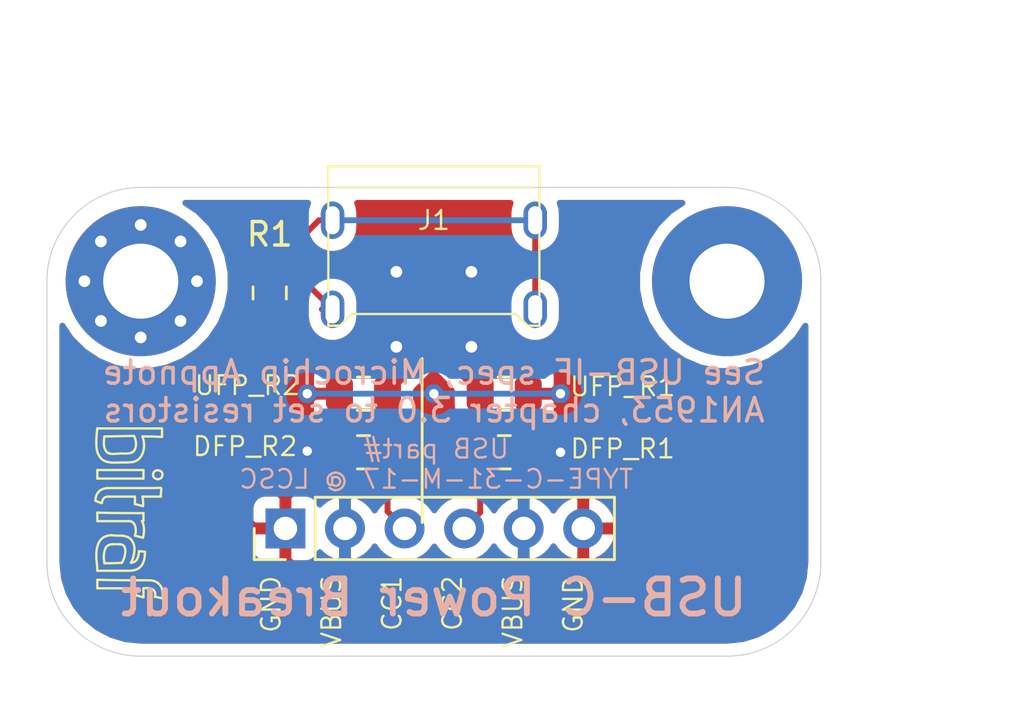
<source format=kicad_pcb>
(kicad_pcb (version 20171130) (host pcbnew "(5.1.2-1)-1")

  (general
    (thickness 1.6)
    (drawings 15)
    (tracks 49)
    (zones 0)
    (modules 11)
    (nets 6)
  )

  (page A4)
  (layers
    (0 F.Cu signal)
    (31 B.Cu signal)
    (32 B.Adhes user)
    (33 F.Adhes user)
    (34 B.Paste user)
    (35 F.Paste user)
    (36 B.SilkS user)
    (37 F.SilkS user)
    (38 B.Mask user)
    (39 F.Mask user)
    (40 Dwgs.User user)
    (41 Cmts.User user)
    (42 Eco1.User user)
    (43 Eco2.User user)
    (44 Edge.Cuts user)
    (45 Margin user)
    (46 B.CrtYd user)
    (47 F.CrtYd user)
    (48 B.Fab user)
    (49 F.Fab user hide)
  )

  (setup
    (last_trace_width 0.25)
    (user_trace_width 0.75)
    (trace_clearance 0.2)
    (zone_clearance 0.508)
    (zone_45_only no)
    (trace_min 0.2)
    (via_size 0.8)
    (via_drill 0.4)
    (via_min_size 0.4)
    (via_min_drill 0.3)
    (user_via 1 0.5)
    (uvia_size 0.3)
    (uvia_drill 0.1)
    (uvias_allowed no)
    (uvia_min_size 0.2)
    (uvia_min_drill 0.1)
    (edge_width 0.05)
    (segment_width 0.2)
    (pcb_text_width 0.3)
    (pcb_text_size 1.5 1.5)
    (mod_edge_width 0.12)
    (mod_text_size 1 1)
    (mod_text_width 0.15)
    (pad_size 1.524 1.524)
    (pad_drill 0.762)
    (pad_to_mask_clearance 0.051)
    (solder_mask_min_width 0.25)
    (aux_axis_origin 0 0)
    (visible_elements FFFFFF7F)
    (pcbplotparams
      (layerselection 0x010fc_ffffffff)
      (usegerberextensions false)
      (usegerberattributes false)
      (usegerberadvancedattributes false)
      (creategerberjobfile false)
      (excludeedgelayer true)
      (linewidth 0.100000)
      (plotframeref false)
      (viasonmask false)
      (mode 1)
      (useauxorigin false)
      (hpglpennumber 1)
      (hpglpenspeed 20)
      (hpglpendiameter 15.000000)
      (psnegative false)
      (psa4output false)
      (plotreference true)
      (plotvalue true)
      (plotinvisibletext false)
      (padsonsilk false)
      (subtractmaskfromsilk false)
      (outputformat 1)
      (mirror false)
      (drillshape 0)
      (scaleselection 1)
      (outputdirectory "April2020"))
  )

  (net 0 "")
  (net 1 VBUS)
  (net 2 "Net-(DFP_R1-Pad1)")
  (net 3 "Net-(DFP_R2-Pad1)")
  (net 4 GND)
  (net 5 "Net-(J1-PadS1)")

  (net_class Default "This is the default net class."
    (clearance 0.2)
    (trace_width 0.25)
    (via_dia 0.8)
    (via_drill 0.4)
    (uvia_dia 0.3)
    (uvia_drill 0.1)
    (add_net GND)
    (add_net "Net-(DFP_R1-Pad1)")
    (add_net "Net-(DFP_R2-Pad1)")
    (add_net "Net-(J1-PadS1)")
    (add_net VBUS)
  )

  (module BitrafSmdKit2:Bitraf_logo_3.0_x_7.5_mm (layer F.Cu) (tedit 5EA2F7EA) (tstamp 5EA35AB6)
    (at 71 67.2 270)
    (path /5EA50B02)
    (fp_text reference L2 (at 0 0.5 90) (layer F.SilkS) hide
      (effects (font (size 1 1) (thickness 0.15)))
    )
    (fp_text value Logo_Open_Hardware_Small (at 0 -0.5 90) (layer F.Fab)
      (effects (font (size 1 1) (thickness 0.15)))
    )
    (fp_curve (pts (xy 1.857798 2.849649) (xy 1.857798 2.2081) (xy 1.857798 1.545163) (xy 1.857798 0.882227)) (layer F.SilkS) (width 0.1))
    (fp_curve (pts (xy 2.221345 2.849649) (xy 2.093034 2.849649) (xy 1.986109 2.849649) (xy 1.857798 2.849649)) (layer F.SilkS) (width 0.1))
    (fp_curve (pts (xy 2.221345 0.882227) (xy 2.221345 1.545163) (xy 2.221345 2.2081) (xy 2.221345 2.849649)) (layer F.SilkS) (width 0.1))
    (fp_curve (pts (xy 1.857798 0.882227) (xy 1.986109 0.882227) (xy 2.093034 0.882227) (xy 2.221345 0.882227)) (layer F.SilkS) (width 0.1))
    (fp_curve (pts (xy 3.675515 2.849643) (xy 3.696902 2.2081) (xy 3.696902 1.545163) (xy 3.696902 0.882227)) (layer F.SilkS) (width 0.1))
    (fp_curve (pts (xy 4.039063 2.849643) (xy 3.910752 2.849643) (xy 3.803827 2.849643) (xy 3.675515 2.849643)) (layer F.SilkS) (width 0.1))
    (fp_curve (pts (xy 4.039063 1.459618) (xy 4.039063 1.908704) (xy 4.039063 2.400557) (xy 4.039063 2.849643)) (layer F.SilkS) (width 0.1))
    (fp_curve (pts (xy 4.659226 1.245768) (xy 4.42399 1.16023) (xy 4.060449 1.224382) (xy 4.039063 1.459618)) (layer F.SilkS) (width 0.1))
    (fp_curve (pts (xy 4.744765 0.903607) (xy 4.723379 1.010532) (xy 4.680613 1.138843) (xy 4.659226 1.245768)) (layer F.SilkS) (width 0.1))
    (fp_curve (pts (xy 4.039063 0.94638) (xy 4.21014 0.839455) (xy 4.530915 0.839455) (xy 4.744765 0.903607)) (layer F.SilkS) (width 0.1))
    (fp_curve (pts (xy 4.017677 0.882227) (xy 4.039063 0.882227) (xy 4.039063 0.925) (xy 4.039063 0.94638)) (layer F.SilkS) (width 0.1))
    (fp_curve (pts (xy 3.696902 0.882227) (xy 3.803827 0.882227) (xy 3.910752 0.882227) (xy 4.017677 0.882227)) (layer F.SilkS) (width 0.1))
    (fp_curve (pts (xy 4.63784 2.250872) (xy 4.659226 2.122561) (xy 4.659226 1.972863) (xy 4.659226 1.801786)) (layer F.SilkS) (width 0.1))
    (fp_curve (pts (xy 5.429087 2.892422) (xy 4.958615 2.871036) (xy 4.659226 2.699958) (xy 4.63784 2.250872)) (layer F.SilkS) (width 0.1))
    (fp_curve (pts (xy 5.642937 2.892422) (xy 5.578785 2.892422) (xy 5.49324 2.892422) (xy 5.429087 2.892422)) (layer F.SilkS) (width 0.1))
    (fp_curve (pts (xy 6.156176 2.849649) (xy 5.985098 2.849649) (xy 5.835401 2.871036) (xy 5.642937 2.892422)) (layer F.SilkS) (width 0.1))
    (fp_curve (pts (xy 6.156176 2.165327) (xy 6.156176 2.400563) (xy 6.156176 2.614413) (xy 6.156176 2.849649)) (layer F.SilkS) (width 0.1))
    (fp_curve (pts (xy 6.156176 1.56655) (xy 6.156176 1.759013) (xy 6.156176 1.972863) (xy 6.156176 2.165327)) (layer F.SilkS) (width 0.1))
    (fp_curve (pts (xy 5.343549 0.818075) (xy 5.878173 0.818075) (xy 6.177562 1.010539) (xy 6.156176 1.56655)) (layer F.SilkS) (width 0.1))
    (fp_curve (pts (xy 5.322162 1.074698) (xy 5.322162 0.989159) (xy 5.343549 0.90362) (xy 5.343549 0.818075)) (layer F.SilkS) (width 0.1))
    (fp_curve (pts (xy 5.814015 1.416859) (xy 5.792628 1.160236) (xy 5.600165 1.096084) (xy 5.322162 1.074698)) (layer F.SilkS) (width 0.1))
    (fp_curve (pts (xy 5.27939 1.267161) (xy 5.49324 1.288547) (xy 5.664317 1.331314) (xy 5.814015 1.416859)) (layer F.SilkS) (width 0.1))
    (fp_curve (pts (xy 5.172465 1.267161) (xy 5.215237 1.267161) (xy 5.258003 1.267161) (xy 5.27939 1.267161)) (layer F.SilkS) (width 0.1))
    (fp_curve (pts (xy 4.659226 1.801786) (xy 4.680613 1.481011) (xy 4.85169 1.309934) (xy 5.172465 1.267161)) (layer F.SilkS) (width 0.1))
    (fp_curve (pts (xy 5.835407 2.550254) (xy 5.835401 2.336411) (xy 5.835401 2.037016) (xy 5.814021 1.801786)) (layer F.SilkS) (width 0.1))
    (fp_curve (pts (xy 5.621557 2.57164) (xy 5.707096 2.57164) (xy 5.771255 2.550254) (xy 5.835407 2.550254)) (layer F.SilkS) (width 0.1))
    (fp_curve (pts (xy 5.493246 2.57164) (xy 5.514632 2.57164) (xy 5.578785 2.57164) (xy 5.621557 2.57164)) (layer F.SilkS) (width 0.1))
    (fp_curve (pts (xy 5.022774 2.186713) (xy 5.022774 2.464715) (xy 5.215237 2.550261) (xy 5.493246 2.57164)) (layer F.SilkS) (width 0.1))
    (fp_curve (pts (xy 5.022774 1.908711) (xy 5.022774 1.99425) (xy 5.022774 2.101175) (xy 5.022774 2.186713)) (layer F.SilkS) (width 0.1))
    (fp_curve (pts (xy 5.814021 1.801786) (xy 5.621557 1.673475) (xy 5.022774 1.502397) (xy 5.022774 1.908711)) (layer F.SilkS) (width 0.1))
    (fp_curve (pts (xy 2.071647 0.475914) (xy 1.750873 0.475914) (xy 1.836411 -0.037325) (xy 2.1358 0.090987)) (layer F.SilkS) (width 0.1))
    (fp_curve (pts (xy 2.1358 0.090987) (xy 2.306877 0.155139) (xy 2.285497 0.454534) (xy 2.071647 0.475914)) (layer F.SilkS) (width 0.1))
    (fp_curve (pts (xy 6.541109 2.849643) (xy 6.562496 2.122561) (xy 6.562496 1.395466) (xy 6.562496 0.646991)) (layer F.SilkS) (width 0.1))
    (fp_curve (pts (xy 6.904657 2.849643) (xy 6.776346 2.849643) (xy 6.669421 2.849643) (xy 6.541109 2.849643)) (layer F.SilkS) (width 0.1))
    (fp_curve (pts (xy 6.904657 1.224382) (xy 6.904657 1.759007) (xy 6.904657 2.315018) (xy 6.904657 2.849643)) (layer F.SilkS) (width 0.1))
    (fp_curve (pts (xy 7.204046 1.202996) (xy 7.118507 1.224382) (xy 6.990196 1.202996) (xy 6.904657 1.224382)) (layer F.SilkS) (width 0.1))
    (fp_curve (pts (xy 7.289584 0.882221) (xy 7.268198 0.989146) (xy 7.225432 1.096071) (xy 7.204046 1.202996)) (layer F.SilkS) (width 0.1))
    (fp_curve (pts (xy 6.904657 0.882221) (xy 7.032968 0.882221) (xy 7.161279 0.882221) (xy 7.289584 0.882221)) (layer F.SilkS) (width 0.1))
    (fp_curve (pts (xy 7.268204 0.390369) (xy 6.94743 0.326216) (xy 6.861891 0.561446) (xy 6.904657 0.882221)) (layer F.SilkS) (width 0.1))
    (fp_curve (pts (xy 7.332357 0.069594) (xy 7.310971 0.176519) (xy 7.289584 0.283444) (xy 7.268204 0.390369)) (layer F.SilkS) (width 0.1))
    (fp_curve (pts (xy 6.562496 0.646991) (xy 6.562496 0.219291) (xy 6.861884 0.005441) (xy 7.332357 0.069594)) (layer F.SilkS) (width 0.1))
    (fp_curve (pts (xy 0.403614 1.288547) (xy 0.403614 1.694861) (xy 0.425 2.143941) (xy 0.425 2.550261)) (layer F.SilkS) (width 0.1))
    (fp_curve (pts (xy 1.109316 1.374086) (xy 1.002391 1.160236) (xy 0.617464 1.160236) (xy 0.403614 1.288547)) (layer F.SilkS) (width 0.1))
    (fp_curve (pts (xy 1.152089 1.844559) (xy 1.152089 1.694861) (xy 1.173475 1.502397) (xy 1.109316 1.374086)) (layer F.SilkS) (width 0.1))
    (fp_curve (pts (xy 1.152089 2.336411) (xy 1.194861 2.2081) (xy 1.152089 1.99425) (xy 1.152089 1.844559)) (layer F.SilkS) (width 0.1))
    (fp_curve (pts (xy 0.425 2.550261) (xy 0.703003 2.593033) (xy 1.06655 2.593033) (xy 1.152089 2.336411)) (layer F.SilkS) (width 0.1))
    (fp_curve (pts (xy 2.991199 0.925007) (xy 3.119511 0.903614) (xy 3.269202 0.882227) (xy 3.397513 0.903614)) (layer F.SilkS) (width 0.1))
    (fp_curve (pts (xy 2.991199 0.133759) (xy 2.991199 0.390382) (xy 2.991199 0.668384) (xy 2.991199 0.925007)) (layer F.SilkS) (width 0.1))
    (fp_curve (pts (xy 2.627652 0.133759) (xy 2.691804 0.090987) (xy 2.927041 0.176532) (xy 2.991199 0.133759)) (layer F.SilkS) (width 0.1))
    (fp_curve (pts (xy 2.627652 0.411761) (xy 2.627652 0.347609) (xy 2.606266 0.155139) (xy 2.627652 0.133759)) (layer F.SilkS) (width 0.1))
    (fp_curve (pts (xy 2.627652 2.421949) (xy 2.627652 1.801786) (xy 2.627652 1.074698) (xy 2.627652 0.411761)) (layer F.SilkS) (width 0.1))
    (fp_curve (pts (xy 3.162277 2.935188) (xy 2.841502 2.913802) (xy 2.649038 2.742724) (xy 2.627652 2.421949)) (layer F.SilkS) (width 0.1))
    (fp_curve (pts (xy 3.269202 2.657186) (xy 3.247815 2.764111) (xy 3.205049 2.849649) (xy 3.162277 2.935188)) (layer F.SilkS) (width 0.1))
    (fp_curve (pts (xy 2.991199 2.400563) (xy 2.991199 2.57164) (xy 3.119511 2.635799) (xy 3.269202 2.657186)) (layer F.SilkS) (width 0.1))
    (fp_curve (pts (xy 2.991199 1.245775) (xy 2.991199 1.630702) (xy 2.991199 2.015636) (xy 2.991199 2.400563)) (layer F.SilkS) (width 0.1))
    (fp_curve (pts (xy 3.311974 1.245775) (xy 3.205049 1.245775) (xy 3.098124 1.245775) (xy 2.991199 1.245775)) (layer F.SilkS) (width 0.1))
    (fp_curve (pts (xy 3.397513 0.903614) (xy 3.376127 1.010539) (xy 3.333361 1.117464) (xy 3.311974 1.245775)) (layer F.SilkS) (width 0.1))
    (fp_curve (pts (xy 0.446387 0.09098) (xy 0.425 0.390375) (xy 0.425 0.646991) (xy 0.425 0.925)) (layer F.SilkS) (width 0.1))
    (fp_curve (pts (xy 0.082839 0.09098) (xy 0.211151 0.09098) (xy 0.318075 0.09098) (xy 0.446387 0.09098)) (layer F.SilkS) (width 0.1))
    (fp_curve (pts (xy 0.082839 2.849643) (xy 0.082839 1.930091) (xy 0.082839 1.010532) (xy 0.082839 0.09098)) (layer F.SilkS) (width 0.1))
    (fp_curve (pts (xy 0.617464 2.892415) (xy 0.425 2.892415) (xy 0.253917 2.871029) (xy 0.082839 2.849643)) (layer F.SilkS) (width 0.1))
    (fp_curve (pts (xy 0.767162 2.892415) (xy 0.724389 2.892415) (xy 0.681623 2.892415) (xy 0.617464 2.892415)) (layer F.SilkS) (width 0.1))
    (fp_curve (pts (xy 1.515636 2.400563) (xy 1.451484 2.742724) (xy 1.130709 2.892415) (xy 0.767162 2.892415)) (layer F.SilkS) (width 0.1))
    (fp_curve (pts (xy 1.537023 1.865938) (xy 1.537023 2.037016) (xy 1.558409 2.229486) (xy 1.515636 2.400563)) (layer F.SilkS) (width 0.1))
    (fp_curve (pts (xy 1.515636 1.331314) (xy 1.537023 1.481011) (xy 1.537023 1.673475) (xy 1.537023 1.865938)) (layer F.SilkS) (width 0.1))
    (fp_curve (pts (xy 0.425 0.925) (xy 0.874087 0.753923) (xy 1.430098 0.903614) (xy 1.515636 1.331314)) (layer F.SilkS) (width 0.1))
  )

  (module Symbol:OSHW-Logo_5.7x6mm_Copper (layer F.Cu) (tedit 0) (tstamp 5EA3576D)
    (at 94.5 71.5)
    (descr "Open Source Hardware Logo")
    (tags "Logo OSHW")
    (path /5EA50879)
    (attr virtual)
    (fp_text reference L1 (at 0 0) (layer F.SilkS) hide
      (effects (font (size 1 1) (thickness 0.15)))
    )
    (fp_text value Logo_Open_Hardware_Small (at 0.75 0) (layer F.Fab) hide
      (effects (font (size 1 1) (thickness 0.15)))
    )
    (fp_poly (pts (xy 0.376964 -2.709982) (xy 0.433812 -2.40843) (xy 0.853338 -2.235488) (xy 1.104984 -2.406605)
      (xy 1.175458 -2.45425) (xy 1.239163 -2.49679) (xy 1.293126 -2.532285) (xy 1.334373 -2.55879)
      (xy 1.359934 -2.574364) (xy 1.366895 -2.577722) (xy 1.379435 -2.569086) (xy 1.406231 -2.545208)
      (xy 1.44428 -2.509141) (xy 1.490579 -2.463933) (xy 1.542123 -2.412636) (xy 1.595909 -2.358299)
      (xy 1.648935 -2.303972) (xy 1.698195 -2.252705) (xy 1.740687 -2.207549) (xy 1.773407 -2.171554)
      (xy 1.793351 -2.14777) (xy 1.798119 -2.13981) (xy 1.791257 -2.125135) (xy 1.77202 -2.092986)
      (xy 1.74243 -2.046508) (xy 1.70451 -1.988844) (xy 1.660282 -1.92314) (xy 1.634654 -1.885664)
      (xy 1.587941 -1.817232) (xy 1.546432 -1.75548) (xy 1.51214 -1.703481) (xy 1.48708 -1.664308)
      (xy 1.473264 -1.641035) (xy 1.471188 -1.636145) (xy 1.475895 -1.622245) (xy 1.488723 -1.58985)
      (xy 1.507738 -1.543515) (xy 1.531003 -1.487794) (xy 1.556584 -1.427242) (xy 1.582545 -1.366414)
      (xy 1.60695 -1.309864) (xy 1.627863 -1.262148) (xy 1.643349 -1.227819) (xy 1.651472 -1.211432)
      (xy 1.651952 -1.210788) (xy 1.664707 -1.207659) (xy 1.698677 -1.200679) (xy 1.75034 -1.190533)
      (xy 1.816176 -1.177908) (xy 1.892664 -1.163491) (xy 1.93729 -1.155177) (xy 2.019021 -1.139616)
      (xy 2.092843 -1.124808) (xy 2.155021 -1.111564) (xy 2.201822 -1.100695) (xy 2.229509 -1.093011)
      (xy 2.235074 -1.090573) (xy 2.240526 -1.07407) (xy 2.244924 -1.0368) (xy 2.248272 -0.98312)
      (xy 2.250574 -0.917388) (xy 2.251832 -0.843963) (xy 2.252048 -0.767204) (xy 2.251227 -0.691468)
      (xy 2.249371 -0.621114) (xy 2.246482 -0.5605) (xy 2.242565 -0.513984) (xy 2.237622 -0.485925)
      (xy 2.234657 -0.480084) (xy 2.216934 -0.473083) (xy 2.179381 -0.463073) (xy 2.126964 -0.451231)
      (xy 2.064652 -0.438733) (xy 2.0429 -0.43469) (xy 1.938024 -0.41548) (xy 1.85518 -0.400009)
      (xy 1.79163 -0.387663) (xy 1.744637 -0.377827) (xy 1.711463 -0.369886) (xy 1.689371 -0.363224)
      (xy 1.675624 -0.357227) (xy 1.667484 -0.351281) (xy 1.666345 -0.350106) (xy 1.654977 -0.331174)
      (xy 1.637635 -0.294331) (xy 1.61605 -0.244087) (xy 1.591954 -0.184954) (xy 1.567079 -0.121444)
      (xy 1.543157 -0.058068) (xy 1.521919 0.000662) (xy 1.505097 0.050235) (xy 1.494422 0.086139)
      (xy 1.491627 0.103862) (xy 1.49186 0.104483) (xy 1.501331 0.11897) (xy 1.522818 0.150844)
      (xy 1.554063 0.196789) (xy 1.592807 0.253485) (xy 1.636793 0.317617) (xy 1.649319 0.335842)
      (xy 1.693984 0.401914) (xy 1.733288 0.4622) (xy 1.765088 0.513235) (xy 1.787245 0.55156)
      (xy 1.797617 0.573711) (xy 1.798119 0.576432) (xy 1.789405 0.590736) (xy 1.765325 0.619072)
      (xy 1.728976 0.658396) (xy 1.683453 0.705661) (xy 1.631852 0.757823) (xy 1.577267 0.811835)
      (xy 1.522794 0.864653) (xy 1.471529 0.913231) (xy 1.426567 0.954523) (xy 1.391004 0.985485)
      (xy 1.367935 1.00307) (xy 1.361554 1.005941) (xy 1.346699 0.999178) (xy 1.316286 0.980939)
      (xy 1.275268 0.954297) (xy 1.243709 0.932852) (xy 1.186525 0.893503) (xy 1.118806 0.847171)
      (xy 1.05088 0.800913) (xy 1.014361 0.776155) (xy 0.890752 0.692547) (xy 0.786991 0.74865)
      (xy 0.73972 0.773228) (xy 0.699523 0.792331) (xy 0.672326 0.803227) (xy 0.665402 0.804743)
      (xy 0.657077 0.793549) (xy 0.640654 0.761917) (xy 0.617357 0.712765) (xy 0.588414 0.64901)
      (xy 0.55505 0.573571) (xy 0.518491 0.489364) (xy 0.479964 0.399308) (xy 0.440694 0.306321)
      (xy 0.401908 0.21332) (xy 0.36483 0.123223) (xy 0.330689 0.038948) (xy 0.300708 -0.036587)
      (xy 0.276116 -0.100466) (xy 0.258136 -0.149769) (xy 0.247997 -0.181579) (xy 0.246366 -0.192504)
      (xy 0.259291 -0.206439) (xy 0.287589 -0.22906) (xy 0.325346 -0.255667) (xy 0.328515 -0.257772)
      (xy 0.4261 -0.335886) (xy 0.504786 -0.427018) (xy 0.563891 -0.528255) (xy 0.602732 -0.636682)
      (xy 0.620628 -0.749386) (xy 0.616897 -0.863452) (xy 0.590857 -0.975966) (xy 0.541825 -1.084015)
      (xy 0.5274 -1.107655) (xy 0.452369 -1.203113) (xy 0.36373 -1.279768) (xy 0.264549 -1.33722)
      (xy 0.157895 -1.375071) (xy 0.046836 -1.392922) (xy -0.065561 -1.390375) (xy -0.176227 -1.36703)
      (xy -0.282094 -1.32249) (xy -0.380095 -1.256355) (xy -0.41041 -1.229513) (xy -0.487562 -1.145488)
      (xy -0.543782 -1.057034) (xy -0.582347 -0.957885) (xy -0.603826 -0.859697) (xy -0.609128 -0.749303)
      (xy -0.591448 -0.63836) (xy -0.552581 -0.530619) (xy -0.494323 -0.429831) (xy -0.418469 -0.339744)
      (xy -0.326817 -0.264108) (xy -0.314772 -0.256136) (xy -0.276611 -0.230026) (xy -0.247601 -0.207405)
      (xy -0.233732 -0.192961) (xy -0.233531 -0.192504) (xy -0.236508 -0.176879) (xy -0.248311 -0.141418)
      (xy -0.267714 -0.089038) (xy -0.293488 -0.022655) (xy -0.324409 0.054814) (xy -0.359249 0.14045)
      (xy -0.396783 0.231337) (xy -0.435783 0.324559) (xy -0.475023 0.417197) (xy -0.513276 0.506335)
      (xy -0.549317 0.589055) (xy -0.581917 0.662441) (xy -0.609852 0.723575) (xy -0.631895 0.769541)
      (xy -0.646818 0.797421) (xy -0.652828 0.804743) (xy -0.671191 0.799041) (xy -0.705552 0.783749)
      (xy -0.749984 0.761599) (xy -0.774417 0.74865) (xy -0.878178 0.692547) (xy -1.001787 0.776155)
      (xy -1.064886 0.818987) (xy -1.13397 0.866122) (xy -1.198707 0.910503) (xy -1.231134 0.932852)
      (xy -1.276741 0.963477) (xy -1.31536 0.987747) (xy -1.341952 1.002587) (xy -1.35059 1.005724)
      (xy -1.363161 0.997261) (xy -1.390984 0.973636) (xy -1.431361 0.937302) (xy -1.481595 0.890711)
      (xy -1.538988 0.836317) (xy -1.575286 0.801392) (xy -1.63879 0.738996) (xy -1.693673 0.683188)
      (xy -1.737714 0.636354) (xy -1.768695 0.600882) (xy -1.784398 0.579161) (xy -1.785905 0.574752)
      (xy -1.778914 0.557985) (xy -1.759594 0.524082) (xy -1.730091 0.476476) (xy -1.692545 0.418599)
      (xy -1.6491 0.353884) (xy -1.636745 0.335842) (xy -1.591727 0.270267) (xy -1.55134 0.211228)
      (xy -1.51784 0.162042) (xy -1.493486 0.126028) (xy -1.480536 0.106502) (xy -1.479285 0.104483)
      (xy -1.481156 0.088922) (xy -1.491087 0.054709) (xy -1.507347 0.006355) (xy -1.528205 -0.051629)
      (xy -1.551927 -0.11473) (xy -1.576784 -0.178437) (xy -1.601042 -0.238239) (xy -1.622971 -0.289624)
      (xy -1.640838 -0.328081) (xy -1.652913 -0.349098) (xy -1.653771 -0.350106) (xy -1.661154 -0.356112)
      (xy -1.673625 -0.362052) (xy -1.69392 -0.36854) (xy -1.724778 -0.376191) (xy -1.768934 -0.38562)
      (xy -1.829126 -0.397441) (xy -1.908093 -0.412271) (xy -2.00857 -0.430723) (xy -2.030325 -0.43469)
      (xy -2.094802 -0.447147) (xy -2.151011 -0.459334) (xy -2.193987 -0.470074) (xy -2.21876 -0.478191)
      (xy -2.222082 -0.480084) (xy -2.227556 -0.496862) (xy -2.232006 -0.534355) (xy -2.235428 -0.588206)
      (xy -2.237819 -0.654056) (xy -2.239177 -0.727547) (xy -2.239499 -0.80432) (xy -2.238781 -0.880017)
      (xy -2.237021 -0.95028) (xy -2.234216 -1.01075) (xy -2.230362 -1.05707) (xy -2.225457 -1.084881)
      (xy -2.2225 -1.090573) (xy -2.206037 -1.096314) (xy -2.168551 -1.105655) (xy -2.113775 -1.117785)
      (xy -2.045445 -1.131893) (xy -1.967294 -1.14717) (xy -1.924716 -1.155177) (xy -1.843929 -1.170279)
      (xy -1.771887 -1.18396) (xy -1.712111 -1.195533) (xy -1.668121 -1.204313) (xy -1.643439 -1.209613)
      (xy -1.639377 -1.210788) (xy -1.632511 -1.224035) (xy -1.617998 -1.255943) (xy -1.597771 -1.301953)
      (xy -1.573766 -1.357508) (xy -1.547918 -1.418047) (xy -1.52216 -1.479014) (xy -1.498427 -1.535849)
      (xy -1.478654 -1.583994) (xy -1.464776 -1.61889) (xy -1.458726 -1.635979) (xy -1.458614 -1.636726)
      (xy -1.465472 -1.650207) (xy -1.484698 -1.68123) (xy -1.514272 -1.726711) (xy -1.552173 -1.783568)
      (xy -1.59638 -1.848717) (xy -1.622079 -1.886138) (xy -1.668907 -1.954753) (xy -1.710499 -2.017048)
      (xy -1.744825 -2.069871) (xy -1.769857 -2.110073) (xy -1.783565 -2.1345) (xy -1.785544 -2.139976)
      (xy -1.777034 -2.152722) (xy -1.753507 -2.179937) (xy -1.717968 -2.218572) (xy -1.673423 -2.265577)
      (xy -1.622877 -2.317905) (xy -1.569336 -2.372505) (xy -1.515805 -2.42633) (xy -1.465289 -2.47633)
      (xy -1.420794 -2.519457) (xy -1.385325 -2.552661) (xy -1.361887 -2.572894) (xy -1.354046 -2.577722)
      (xy -1.34128 -2.570933) (xy -1.310744 -2.551858) (xy -1.26541 -2.522439) (xy -1.208244 -2.484619)
      (xy -1.142216 -2.440339) (xy -1.09241 -2.406605) (xy -0.840764 -2.235488) (xy -0.631001 -2.321959)
      (xy -0.421237 -2.40843) (xy -0.364389 -2.709982) (xy -0.30754 -3.011534) (xy 0.320115 -3.011534)
      (xy 0.376964 -2.709982)) (layer F.Cu) (width 0.01))
    (fp_poly (pts (xy 1.79946 1.45803) (xy 1.842711 1.471245) (xy 1.870558 1.487941) (xy 1.879629 1.501145)
      (xy 1.877132 1.516797) (xy 1.860931 1.541385) (xy 1.847232 1.5588) (xy 1.818992 1.590283)
      (xy 1.797775 1.603529) (xy 1.779688 1.602664) (xy 1.726035 1.58901) (xy 1.68663 1.58963)
      (xy 1.654632 1.605104) (xy 1.64389 1.614161) (xy 1.609505 1.646027) (xy 1.609505 2.062179)
      (xy 1.471188 2.062179) (xy 1.471188 1.458614) (xy 1.540347 1.458614) (xy 1.581869 1.460256)
      (xy 1.603291 1.466087) (xy 1.609502 1.477461) (xy 1.609505 1.477798) (xy 1.612439 1.489713)
      (xy 1.625704 1.488159) (xy 1.644084 1.479563) (xy 1.682046 1.463568) (xy 1.712872 1.453945)
      (xy 1.752536 1.451478) (xy 1.79946 1.45803)) (layer F.Cu) (width 0.01))
    (fp_poly (pts (xy -0.754012 1.469002) (xy -0.722717 1.48395) (xy -0.692409 1.505541) (xy -0.669318 1.530391)
      (xy -0.6525 1.562087) (xy -0.641006 1.604214) (xy -0.633891 1.660358) (xy -0.630207 1.734106)
      (xy -0.629008 1.829044) (xy -0.628989 1.838985) (xy -0.628713 2.062179) (xy -0.76703 2.062179)
      (xy -0.76703 1.856418) (xy -0.767128 1.780189) (xy -0.767809 1.724939) (xy -0.769651 1.686501)
      (xy -0.773233 1.660706) (xy -0.779132 1.643384) (xy -0.787927 1.630368) (xy -0.80018 1.617507)
      (xy -0.843047 1.589873) (xy -0.889843 1.584745) (xy -0.934424 1.602217) (xy -0.949928 1.615221)
      (xy -0.96131 1.627447) (xy -0.969481 1.64054) (xy -0.974974 1.658615) (xy -0.97832 1.685787)
      (xy -0.980051 1.72617) (xy -0.980697 1.783879) (xy -0.980792 1.854132) (xy -0.980792 2.062179)
      (xy -1.119109 2.062179) (xy -1.119109 1.458614) (xy -1.04995 1.458614) (xy -1.008428 1.460256)
      (xy -0.987006 1.466087) (xy -0.980795 1.477461) (xy -0.980792 1.477798) (xy -0.97791 1.488938)
      (xy -0.965199 1.487674) (xy -0.939926 1.475434) (xy -0.882605 1.457424) (xy -0.817037 1.455421)
      (xy -0.754012 1.469002)) (layer F.Cu) (width 0.01))
    (fp_poly (pts (xy 2.677898 1.456457) (xy 2.710096 1.464279) (xy 2.771825 1.492921) (xy 2.82461 1.536667)
      (xy 2.861141 1.589117) (xy 2.86616 1.600893) (xy 2.873045 1.63174) (xy 2.877864 1.677371)
      (xy 2.879505 1.723492) (xy 2.879505 1.810693) (xy 2.697178 1.810693) (xy 2.621979 1.810978)
      (xy 2.569003 1.812704) (xy 2.535325 1.817181) (xy 2.51802 1.82572) (xy 2.514163 1.83963)
      (xy 2.520829 1.860222) (xy 2.53277 1.884315) (xy 2.56608 1.924525) (xy 2.612368 1.944558)
      (xy 2.668944 1.943905) (xy 2.733031 1.922101) (xy 2.788417 1.895193) (xy 2.834375 1.931532)
      (xy 2.880333 1.967872) (xy 2.837096 2.007819) (xy 2.779374 2.045563) (xy 2.708386 2.06832)
      (xy 2.632029 2.074688) (xy 2.558199 2.063268) (xy 2.546287 2.059393) (xy 2.481399 2.025506)
      (xy 2.43313 1.974986) (xy 2.400465 1.906325) (xy 2.382385 1.818014) (xy 2.382175 1.816121)
      (xy 2.380556 1.719878) (xy 2.3871 1.685542) (xy 2.514852 1.685542) (xy 2.526584 1.690822)
      (xy 2.558438 1.694867) (xy 2.605397 1.697176) (xy 2.635154 1.697525) (xy 2.690648 1.697306)
      (xy 2.725346 1.695916) (xy 2.743601 1.692251) (xy 2.749766 1.68521) (xy 2.748195 1.67369)
      (xy 2.746878 1.669233) (xy 2.724382 1.627355) (xy 2.689003 1.593604) (xy 2.65778 1.578773)
      (xy 2.616301 1.579668) (xy 2.574269 1.598164) (xy 2.539012 1.628786) (xy 2.517854 1.666062)
      (xy 2.514852 1.685542) (xy 2.3871 1.685542) (xy 2.39669 1.635229) (xy 2.428698 1.564191)
      (xy 2.474701 1.508779) (xy 2.532821 1.471009) (xy 2.60118 1.452896) (xy 2.677898 1.456457)) (layer F.Cu) (width 0.01))
    (fp_poly (pts (xy 2.217226 1.46388) (xy 2.29008 1.49483) (xy 2.313027 1.509895) (xy 2.342354 1.533048)
      (xy 2.360764 1.551253) (xy 2.363961 1.557183) (xy 2.354935 1.57034) (xy 2.331837 1.592667)
      (xy 2.313344 1.60825) (xy 2.262728 1.648926) (xy 2.22276 1.615295) (xy 2.191874 1.593584)
      (xy 2.161759 1.58609) (xy 2.127292 1.58792) (xy 2.072561 1.601528) (xy 2.034886 1.629772)
      (xy 2.011991 1.675433) (xy 2.001597 1.741289) (xy 2.001595 1.741331) (xy 2.002494 1.814939)
      (xy 2.016463 1.868946) (xy 2.044328 1.905716) (xy 2.063325 1.918168) (xy 2.113776 1.933673)
      (xy 2.167663 1.933683) (xy 2.214546 1.918638) (xy 2.225644 1.911287) (xy 2.253476 1.892511)
      (xy 2.275236 1.889434) (xy 2.298704 1.903409) (xy 2.324649 1.92851) (xy 2.365716 1.97088)
      (xy 2.320121 2.008464) (xy 2.249674 2.050882) (xy 2.170233 2.071785) (xy 2.087215 2.070272)
      (xy 2.032694 2.056411) (xy 1.96897 2.022135) (xy 1.918005 1.968212) (xy 1.894851 1.930149)
      (xy 1.876099 1.875536) (xy 1.866715 1.806369) (xy 1.866643 1.731407) (xy 1.875824 1.659409)
      (xy 1.894199 1.599137) (xy 1.897093 1.592958) (xy 1.939952 1.532351) (xy 1.997979 1.488224)
      (xy 2.066591 1.461493) (xy 2.141201 1.453073) (xy 2.217226 1.46388)) (layer F.Cu) (width 0.01))
    (fp_poly (pts (xy 0.993367 1.654342) (xy 0.994555 1.746563) (xy 0.998897 1.81661) (xy 1.007558 1.867381)
      (xy 1.021704 1.901772) (xy 1.0425 1.922679) (xy 1.07111 1.933) (xy 1.106535 1.935636)
      (xy 1.143636 1.932682) (xy 1.171818 1.921889) (xy 1.192243 1.90036) (xy 1.206079 1.865199)
      (xy 1.214491 1.81351) (xy 1.218643 1.742394) (xy 1.219703 1.654342) (xy 1.219703 1.458614)
      (xy 1.35802 1.458614) (xy 1.35802 2.062179) (xy 1.288862 2.062179) (xy 1.24717 2.060489)
      (xy 1.225701 2.054556) (xy 1.219703 2.043293) (xy 1.216091 2.033261) (xy 1.201714 2.035383)
      (xy 1.172736 2.04958) (xy 1.106319 2.07148) (xy 1.035875 2.069928) (xy 0.968377 2.046147)
      (xy 0.936233 2.027362) (xy 0.911715 2.007022) (xy 0.893804 1.981573) (xy 0.881479 1.947458)
      (xy 0.873723 1.901121) (xy 0.869516 1.839007) (xy 0.86784 1.757561) (xy 0.867624 1.694578)
      (xy 0.867624 1.458614) (xy 0.993367 1.458614) (xy 0.993367 1.654342)) (layer F.Cu) (width 0.01))
    (fp_poly (pts (xy 0.610762 1.466055) (xy 0.674363 1.500692) (xy 0.724123 1.555372) (xy 0.747568 1.599842)
      (xy 0.757634 1.639121) (xy 0.764156 1.695116) (xy 0.766951 1.759621) (xy 0.765836 1.824429)
      (xy 0.760626 1.881334) (xy 0.754541 1.911727) (xy 0.734014 1.953306) (xy 0.698463 1.997468)
      (xy 0.655619 2.036087) (xy 0.613211 2.061034) (xy 0.612177 2.06143) (xy 0.559553 2.072331)
      (xy 0.497188 2.072601) (xy 0.437924 2.062676) (xy 0.41504 2.054722) (xy 0.356102 2.0213)
      (xy 0.31389 1.977511) (xy 0.286156 1.919538) (xy 0.270651 1.843565) (xy 0.267143 1.803771)
      (xy 0.26759 1.753766) (xy 0.402376 1.753766) (xy 0.406917 1.826732) (xy 0.419986 1.882334)
      (xy 0.440756 1.917861) (xy 0.455552 1.92802) (xy 0.493464 1.935104) (xy 0.538527 1.933007)
      (xy 0.577487 1.922812) (xy 0.587704 1.917204) (xy 0.614659 1.884538) (xy 0.632451 1.834545)
      (xy 0.640024 1.773705) (xy 0.636325 1.708497) (xy 0.628057 1.669253) (xy 0.60432 1.623805)
      (xy 0.566849 1.595396) (xy 0.52172 1.585573) (xy 0.475011 1.595887) (xy 0.439132 1.621112)
      (xy 0.420277 1.641925) (xy 0.409272 1.662439) (xy 0.404026 1.690203) (xy 0.402449 1.732762)
      (xy 0.402376 1.753766) (xy 0.26759 1.753766) (xy 0.268094 1.69758) (xy 0.285388 1.610501)
      (xy 0.319029 1.54253) (xy 0.369018 1.493664) (xy 0.435356 1.463899) (xy 0.449601 1.460448)
      (xy 0.53521 1.452345) (xy 0.610762 1.466055)) (layer F.Cu) (width 0.01))
    (fp_poly (pts (xy 0.014017 1.456452) (xy 0.061634 1.465482) (xy 0.111034 1.48437) (xy 0.116312 1.486777)
      (xy 0.153774 1.506476) (xy 0.179717 1.524781) (xy 0.188103 1.536508) (xy 0.180117 1.555632)
      (xy 0.16072 1.58385) (xy 0.15211 1.594384) (xy 0.116628 1.635847) (xy 0.070885 1.608858)
      (xy 0.02735 1.590878) (xy -0.02295 1.581267) (xy -0.071188 1.58066) (xy -0.108533 1.589691)
      (xy -0.117495 1.595327) (xy -0.134563 1.621171) (xy -0.136637 1.650941) (xy -0.123866 1.674197)
      (xy -0.116312 1.678708) (xy -0.093675 1.684309) (xy -0.053885 1.690892) (xy -0.004834 1.697183)
      (xy 0.004215 1.69817) (xy 0.082996 1.711798) (xy 0.140136 1.734946) (xy 0.17803 1.769752)
      (xy 0.199079 1.818354) (xy 0.205635 1.877718) (xy 0.196577 1.945198) (xy 0.167164 1.998188)
      (xy 0.117278 2.036783) (xy 0.0468 2.061081) (xy -0.031435 2.070667) (xy -0.095234 2.070552)
      (xy -0.146984 2.061845) (xy -0.182327 2.049825) (xy -0.226983 2.02888) (xy -0.268253 2.004574)
      (xy -0.282921 1.993876) (xy -0.320643 1.963084) (xy -0.275148 1.917049) (xy -0.229653 1.871013)
      (xy -0.177928 1.905243) (xy -0.126048 1.930952) (xy -0.070649 1.944399) (xy -0.017395 1.945818)
      (xy 0.028049 1.935443) (xy 0.060016 1.913507) (xy 0.070338 1.894998) (xy 0.068789 1.865314)
      (xy 0.04314 1.842615) (xy -0.00654 1.82694) (xy -0.060969 1.819695) (xy -0.144736 1.805873)
      (xy -0.206967 1.779796) (xy -0.248493 1.740699) (xy -0.270147 1.68782) (xy -0.273147 1.625126)
      (xy -0.258329 1.559642) (xy -0.224546 1.510144) (xy -0.171495 1.476408) (xy -0.098874 1.458207)
      (xy -0.045072 1.454639) (xy 0.014017 1.456452)) (layer F.Cu) (width 0.01))
    (fp_poly (pts (xy -1.356699 1.472614) (xy -1.344168 1.478514) (xy -1.300799 1.510283) (xy -1.25979 1.556646)
      (xy -1.229168 1.607696) (xy -1.220459 1.631166) (xy -1.212512 1.673091) (xy -1.207774 1.723757)
      (xy -1.207199 1.744679) (xy -1.207129 1.810693) (xy -1.587083 1.810693) (xy -1.578983 1.845273)
      (xy -1.559104 1.88617) (xy -1.524347 1.921514) (xy -1.482998 1.944282) (xy -1.456649 1.94901)
      (xy -1.420916 1.943273) (xy -1.378282 1.928882) (xy -1.363799 1.922262) (xy -1.31024 1.895513)
      (xy -1.264533 1.930376) (xy -1.238158 1.953955) (xy -1.224124 1.973417) (xy -1.223414 1.979129)
      (xy -1.235951 1.992973) (xy -1.263428 2.014012) (xy -1.288366 2.030425) (xy -1.355664 2.05993)
      (xy -1.43111 2.073284) (xy -1.505888 2.069812) (xy -1.565495 2.051663) (xy -1.626941 2.012784)
      (xy -1.670608 1.961595) (xy -1.697926 1.895367) (xy -1.710322 1.811371) (xy -1.711421 1.772936)
      (xy -1.707022 1.684861) (xy -1.706482 1.682299) (xy -1.580582 1.682299) (xy -1.577115 1.690558)
      (xy -1.562863 1.695113) (xy -1.53347 1.697065) (xy -1.484575 1.697517) (xy -1.465748 1.697525)
      (xy -1.408467 1.696843) (xy -1.372141 1.694364) (xy -1.352604 1.689443) (xy -1.34569 1.681434)
      (xy -1.345445 1.678862) (xy -1.353336 1.658423) (xy -1.373085 1.629789) (xy -1.381575 1.619763)
      (xy -1.413094 1.591408) (xy -1.445949 1.580259) (xy -1.463651 1.579327) (xy -1.511539 1.590981)
      (xy -1.551699 1.622285) (xy -1.577173 1.667752) (xy -1.577625 1.669233) (xy -1.580582 1.682299)
      (xy -1.706482 1.682299) (xy -1.692392 1.61551) (xy -1.666038 1.560025) (xy -1.633807 1.520639)
      (xy -1.574217 1.477931) (xy -1.504168 1.455109) (xy -1.429661 1.453046) (xy -1.356699 1.472614)) (layer F.Cu) (width 0.01))
    (fp_poly (pts (xy -2.538261 1.465148) (xy -2.472479 1.494231) (xy -2.42254 1.542793) (xy -2.388374 1.610908)
      (xy -2.369907 1.698651) (xy -2.368583 1.712351) (xy -2.367546 1.808939) (xy -2.380993 1.893602)
      (xy -2.408108 1.962221) (xy -2.422627 1.984294) (xy -2.473201 2.031011) (xy -2.537609 2.061268)
      (xy -2.609666 2.073824) (xy -2.683185 2.067439) (xy -2.739072 2.047772) (xy -2.787132 2.014629)
      (xy -2.826412 1.971175) (xy -2.827092 1.970158) (xy -2.843044 1.943338) (xy -2.85341 1.916368)
      (xy -2.859688 1.882332) (xy -2.863373 1.83431) (xy -2.864997 1.794931) (xy -2.865672 1.759219)
      (xy -2.739955 1.759219) (xy -2.738726 1.79477) (xy -2.734266 1.842094) (xy -2.726397 1.872465)
      (xy -2.712207 1.894072) (xy -2.698917 1.906694) (xy -2.651802 1.933122) (xy -2.602505 1.936653)
      (xy -2.556593 1.917639) (xy -2.533638 1.896331) (xy -2.517096 1.874859) (xy -2.507421 1.854313)
      (xy -2.503174 1.827574) (xy -2.50292 1.787523) (xy -2.504228 1.750638) (xy -2.507043 1.697947)
      (xy -2.511505 1.663772) (xy -2.519548 1.64148) (xy -2.533103 1.624442) (xy -2.543845 1.614703)
      (xy -2.588777 1.589123) (xy -2.637249 1.587847) (xy -2.677894 1.602999) (xy -2.712567 1.634642)
      (xy -2.733224 1.68662) (xy -2.739955 1.759219) (xy -2.865672 1.759219) (xy -2.866479 1.716621)
      (xy -2.863948 1.658056) (xy -2.856362 1.614007) (xy -2.842681 1.579248) (xy -2.821865 1.548551)
      (xy -2.814147 1.539436) (xy -2.765889 1.494021) (xy -2.714128 1.467493) (xy -2.650828 1.456379)
      (xy -2.619961 1.455471) (xy -2.538261 1.465148)) (layer F.Cu) (width 0.01))
    (fp_poly (pts (xy 2.032581 2.40497) (xy 2.092685 2.420597) (xy 2.143021 2.452848) (xy 2.167393 2.47694)
      (xy 2.207345 2.533895) (xy 2.230242 2.599965) (xy 2.238108 2.681182) (xy 2.238148 2.687748)
      (xy 2.238218 2.753763) (xy 1.858264 2.753763) (xy 1.866363 2.788342) (xy 1.880987 2.819659)
      (xy 1.906581 2.852291) (xy 1.911935 2.8575) (xy 1.957943 2.885694) (xy 2.01041 2.890475)
      (xy 2.070803 2.871926) (xy 2.08104 2.866931) (xy 2.112439 2.851745) (xy 2.13347 2.843094)
      (xy 2.137139 2.842293) (xy 2.149948 2.850063) (xy 2.174378 2.869072) (xy 2.186779 2.87946)
      (xy 2.212476 2.903321) (xy 2.220915 2.919077) (xy 2.215058 2.933571) (xy 2.211928 2.937534)
      (xy 2.190725 2.954879) (xy 2.155738 2.975959) (xy 2.131337 2.988265) (xy 2.062072 3.009946)
      (xy 1.985388 3.016971) (xy 1.912765 3.008647) (xy 1.892426 3.002686) (xy 1.829476 2.968952)
      (xy 1.782815 2.917045) (xy 1.752173 2.846459) (xy 1.737282 2.756692) (xy 1.735647 2.709753)
      (xy 1.740421 2.641413) (xy 1.86099 2.641413) (xy 1.872652 2.646465) (xy 1.903998 2.650429)
      (xy 1.949571 2.652768) (xy 1.980446 2.653169) (xy 2.035981 2.652783) (xy 2.071033 2.650975)
      (xy 2.090262 2.646773) (xy 2.09833 2.639203) (xy 2.099901 2.628218) (xy 2.089121 2.594381)
      (xy 2.06198 2.56094) (xy 2.026277 2.535272) (xy 1.99056 2.524772) (xy 1.942048 2.534086)
      (xy 1.900053 2.561013) (xy 1.870936 2.599827) (xy 1.86099 2.641413) (xy 1.740421 2.641413)
      (xy 1.742599 2.610236) (xy 1.764055 2.530949) (xy 1.80047 2.471263) (xy 1.852297 2.430549)
      (xy 1.91999 2.408179) (xy 1.956662 2.403871) (xy 2.032581 2.40497)) (layer F.Cu) (width 0.01))
    (fp_poly (pts (xy 1.635255 2.401486) (xy 1.683595 2.411015) (xy 1.711114 2.425125) (xy 1.740064 2.448568)
      (xy 1.698876 2.500571) (xy 1.673482 2.532064) (xy 1.656238 2.547428) (xy 1.639102 2.549776)
      (xy 1.614027 2.542217) (xy 1.602257 2.537941) (xy 1.55427 2.531631) (xy 1.510324 2.545156)
      (xy 1.47806 2.57571) (xy 1.472819 2.585452) (xy 1.467112 2.611258) (xy 1.462706 2.658817)
      (xy 1.459811 2.724758) (xy 1.458631 2.80571) (xy 1.458614 2.817226) (xy 1.458614 3.017822)
      (xy 1.320297 3.017822) (xy 1.320297 2.401683) (xy 1.389456 2.401683) (xy 1.429333 2.402725)
      (xy 1.450107 2.407358) (xy 1.457789 2.417849) (xy 1.458614 2.427745) (xy 1.458614 2.453806)
      (xy 1.491745 2.427745) (xy 1.529735 2.409965) (xy 1.58077 2.401174) (xy 1.635255 2.401486)) (layer F.Cu) (width 0.01))
    (fp_poly (pts (xy 1.038411 2.405417) (xy 1.091411 2.41829) (xy 1.106731 2.42511) (xy 1.136428 2.442974)
      (xy 1.15922 2.463093) (xy 1.176083 2.488962) (xy 1.187998 2.524073) (xy 1.195942 2.57192)
      (xy 1.200894 2.635996) (xy 1.203831 2.719794) (xy 1.204947 2.775768) (xy 1.209052 3.017822)
      (xy 1.138932 3.017822) (xy 1.096393 3.016038) (xy 1.074476 3.009942) (xy 1.068812 2.999706)
      (xy 1.065821 2.988637) (xy 1.052451 2.990754) (xy 1.034233 2.999629) (xy 0.988624 3.013233)
      (xy 0.930007 3.016899) (xy 0.868354 3.010903) (xy 0.813638 2.995521) (xy 0.80873 2.993386)
      (xy 0.758723 2.958255) (xy 0.725756 2.909419) (xy 0.710587 2.852333) (xy 0.711746 2.831824)
      (xy 0.835508 2.831824) (xy 0.846413 2.859425) (xy 0.878745 2.879204) (xy 0.93091 2.889819)
      (xy 0.958787 2.891228) (xy 1.005247 2.88762) (xy 1.036129 2.873597) (xy 1.043664 2.866931)
      (xy 1.064076 2.830666) (xy 1.068812 2.797773) (xy 1.068812 2.753763) (xy 1.007513 2.753763)
      (xy 0.936256 2.757395) (xy 0.886276 2.768818) (xy 0.854696 2.788824) (xy 0.847626 2.797743)
      (xy 0.835508 2.831824) (xy 0.711746 2.831824) (xy 0.713971 2.792456) (xy 0.736663 2.735244)
      (xy 0.767624 2.69658) (xy 0.786376 2.679864) (xy 0.804733 2.668878) (xy 0.828619 2.66218)
      (xy 0.863957 2.658326) (xy 0.916669 2.655873) (xy 0.937577 2.655168) (xy 1.068812 2.650879)
      (xy 1.06862 2.611158) (xy 1.063537 2.569405) (xy 1.045162 2.544158) (xy 1.008039 2.52803)
      (xy 1.007043 2.527742) (xy 0.95441 2.5214) (xy 0.902906 2.529684) (xy 0.86463 2.549827)
      (xy 0.849272 2.559773) (xy 0.83273 2.558397) (xy 0.807275 2.543987) (xy 0.792328 2.533817)
      (xy 0.763091 2.512088) (xy 0.74498 2.4958) (xy 0.742074 2.491137) (xy 0.75404 2.467005)
      (xy 0.789396 2.438185) (xy 0.804753 2.428461) (xy 0.848901 2.411714) (xy 0.908398 2.402227)
      (xy 0.974487 2.400095) (xy 1.038411 2.405417)) (layer F.Cu) (width 0.01))
    (fp_poly (pts (xy 0.281524 2.404237) (xy 0.331255 2.407971) (xy 0.461291 2.797773) (xy 0.481678 2.728614)
      (xy 0.493946 2.685874) (xy 0.510085 2.628115) (xy 0.527512 2.564625) (xy 0.536726 2.53057)
      (xy 0.571388 2.401683) (xy 0.714391 2.401683) (xy 0.671646 2.536857) (xy 0.650596 2.603342)
      (xy 0.625167 2.683539) (xy 0.59861 2.767193) (xy 0.574902 2.841782) (xy 0.520902 3.011535)
      (xy 0.462598 3.015328) (xy 0.404295 3.019122) (xy 0.372679 2.914734) (xy 0.353182 2.849889)
      (xy 0.331904 2.7784) (xy 0.313308 2.715263) (xy 0.312574 2.71275) (xy 0.298684 2.669969)
      (xy 0.286429 2.640779) (xy 0.277846 2.629741) (xy 0.276082 2.631018) (xy 0.269891 2.64813)
      (xy 0.258128 2.684787) (xy 0.242225 2.736378) (xy 0.223614 2.798294) (xy 0.213543 2.832352)
      (xy 0.159007 3.017822) (xy 0.043264 3.017822) (xy -0.049263 2.725471) (xy -0.075256 2.643462)
      (xy -0.098934 2.568987) (xy -0.11918 2.505544) (xy -0.134874 2.456632) (xy -0.144898 2.425749)
      (xy -0.147945 2.416726) (xy -0.145533 2.407487) (xy -0.126592 2.403441) (xy -0.087177 2.403846)
      (xy -0.081007 2.404152) (xy -0.007914 2.407971) (xy 0.039957 2.58401) (xy 0.057553 2.648211)
      (xy 0.073277 2.704649) (xy 0.085746 2.748422) (xy 0.093574 2.77463) (xy 0.09502 2.778903)
      (xy 0.101014 2.77399) (xy 0.113101 2.748532) (xy 0.129893 2.705997) (xy 0.150003 2.64985)
      (xy 0.167003 2.59913) (xy 0.231794 2.400504) (xy 0.281524 2.404237)) (layer F.Cu) (width 0.01))
    (fp_poly (pts (xy -0.201188 3.017822) (xy -0.270346 3.017822) (xy -0.310488 3.016645) (xy -0.331394 3.011772)
      (xy -0.338922 3.001186) (xy -0.339505 2.994029) (xy -0.340774 2.979676) (xy -0.348779 2.976923)
      (xy -0.369815 2.985771) (xy -0.386173 2.994029) (xy -0.448977 3.013597) (xy -0.517248 3.014729)
      (xy -0.572752 3.000135) (xy -0.624438 2.964877) (xy -0.663838 2.912835) (xy -0.685413 2.85145)
      (xy -0.685962 2.848018) (xy -0.689167 2.810571) (xy -0.690761 2.756813) (xy -0.690633 2.716155)
      (xy -0.553279 2.716155) (xy -0.550097 2.770194) (xy -0.542859 2.814735) (xy -0.53306 2.839888)
      (xy -0.495989 2.87426) (xy -0.451974 2.886582) (xy -0.406584 2.876618) (xy -0.367797 2.846895)
      (xy -0.353108 2.826905) (xy -0.344519 2.80305) (xy -0.340496 2.76823) (xy -0.339505 2.71593)
      (xy -0.341278 2.664139) (xy -0.345963 2.618634) (xy -0.352603 2.588181) (xy -0.35371 2.585452)
      (xy -0.380491 2.553) (xy -0.419579 2.535183) (xy -0.463315 2.532306) (xy -0.504038 2.544674)
      (xy -0.534087 2.572593) (xy -0.537204 2.578148) (xy -0.546961 2.612022) (xy -0.552277 2.660728)
      (xy -0.553279 2.716155) (xy -0.690633 2.716155) (xy -0.690568 2.69554) (xy -0.689664 2.662563)
      (xy -0.683514 2.580981) (xy -0.670733 2.51973) (xy -0.649471 2.474449) (xy -0.617878 2.440779)
      (xy -0.587207 2.421014) (xy -0.544354 2.40712) (xy -0.491056 2.402354) (xy -0.43648 2.406236)
      (xy -0.389792 2.418282) (xy -0.365124 2.432693) (xy -0.339505 2.455878) (xy -0.339505 2.162773)
      (xy -0.201188 2.162773) (xy -0.201188 3.017822)) (layer F.Cu) (width 0.01))
    (fp_poly (pts (xy -0.993356 2.40302) (xy -0.974539 2.40866) (xy -0.968473 2.421053) (xy -0.968218 2.426647)
      (xy -0.967129 2.44223) (xy -0.959632 2.444676) (xy -0.939381 2.433993) (xy -0.927351 2.426694)
      (xy -0.8894 2.411063) (xy -0.844072 2.403334) (xy -0.796544 2.40274) (xy -0.751995 2.408513)
      (xy -0.715602 2.419884) (xy -0.692543 2.436088) (xy -0.687996 2.456355) (xy -0.690291 2.461843)
      (xy -0.70702 2.484626) (xy -0.732963 2.512647) (xy -0.737655 2.517177) (xy -0.762383 2.538005)
      (xy -0.783718 2.544735) (xy -0.813555 2.540038) (xy -0.825508 2.536917) (xy -0.862705 2.529421)
      (xy -0.888859 2.532792) (xy -0.910946 2.544681) (xy -0.931178 2.560635) (xy -0.946079 2.5807)
      (xy -0.956434 2.608702) (xy -0.963029 2.648467) (xy -0.966649 2.703823) (xy -0.968078 2.778594)
      (xy -0.968218 2.82374) (xy -0.968218 3.017822) (xy -1.09396 3.017822) (xy -1.09396 2.401683)
      (xy -1.031089 2.401683) (xy -0.993356 2.40302)) (layer F.Cu) (width 0.01))
    (fp_poly (pts (xy -1.38421 2.406555) (xy -1.325055 2.422339) (xy -1.280023 2.450948) (xy -1.248246 2.488419)
      (xy -1.238366 2.504411) (xy -1.231073 2.521163) (xy -1.225974 2.542592) (xy -1.222679 2.572616)
      (xy -1.220797 2.615154) (xy -1.219937 2.674122) (xy -1.219707 2.75344) (xy -1.219703 2.774484)
      (xy -1.219703 3.017822) (xy -1.280059 3.017822) (xy -1.318557 3.015126) (xy -1.347023 3.008295)
      (xy -1.354155 3.004083) (xy -1.373652 2.996813) (xy -1.393566 3.004083) (xy -1.426353 3.01316)
      (xy -1.473978 3.016813) (xy -1.526764 3.015228) (xy -1.575036 3.008589) (xy -1.603218 3.000072)
      (xy -1.657753 2.965063) (xy -1.691835 2.916479) (xy -1.707157 2.851882) (xy -1.707299 2.850223)
      (xy -1.705955 2.821566) (xy -1.584356 2.821566) (xy -1.573726 2.854161) (xy -1.55641 2.872505)
      (xy -1.521652 2.886379) (xy -1.475773 2.891917) (xy -1.428988 2.889191) (xy -1.391514 2.878274)
      (xy -1.381015 2.871269) (xy -1.362668 2.838904) (xy -1.35802 2.802111) (xy -1.35802 2.753763)
      (xy -1.427582 2.753763) (xy -1.493667 2.75885) (xy -1.543764 2.773263) (xy -1.574929 2.795729)
      (xy -1.584356 2.821566) (xy -1.705955 2.821566) (xy -1.703987 2.779647) (xy -1.68071 2.723845)
      (xy -1.636948 2.681647) (xy -1.630899 2.677808) (xy -1.604907 2.665309) (xy -1.572735 2.65774)
      (xy -1.52776 2.654061) (xy -1.474331 2.653216) (xy -1.35802 2.653169) (xy -1.35802 2.604411)
      (xy -1.362953 2.566581) (xy -1.375543 2.541236) (xy -1.377017 2.539887) (xy -1.405034 2.5288)
      (xy -1.447326 2.524503) (xy -1.494064 2.526615) (xy -1.535418 2.534756) (xy -1.559957 2.546965)
      (xy -1.573253 2.556746) (xy -1.587294 2.558613) (xy -1.606671 2.5506) (xy -1.635976 2.530739)
      (xy -1.679803 2.497063) (xy -1.683825 2.493909) (xy -1.681764 2.482236) (xy -1.664568 2.462822)
      (xy -1.638433 2.441248) (xy -1.609552 2.423096) (xy -1.600478 2.418809) (xy -1.56738 2.410256)
      (xy -1.51888 2.404155) (xy -1.464695 2.401708) (xy -1.462161 2.401703) (xy -1.38421 2.406555)) (layer F.Cu) (width 0.01))
    (fp_poly (pts (xy -1.908759 1.469184) (xy -1.882247 1.482282) (xy -1.849553 1.505106) (xy -1.825725 1.529996)
      (xy -1.809406 1.561249) (xy -1.79924 1.603166) (xy -1.793872 1.660044) (xy -1.791944 1.736184)
      (xy -1.791831 1.768917) (xy -1.792161 1.840656) (xy -1.793527 1.891927) (xy -1.7965 1.927404)
      (xy -1.801649 1.951763) (xy -1.809543 1.96968) (xy -1.817757 1.981902) (xy -1.870187 2.033905)
      (xy -1.93193 2.065184) (xy -1.998536 2.074592) (xy -2.065558 2.06098) (xy -2.086792 2.051354)
      (xy -2.137624 2.024859) (xy -2.137624 2.440052) (xy -2.100525 2.420868) (xy -2.051643 2.406025)
      (xy -1.991561 2.402222) (xy -1.931564 2.409243) (xy -1.886256 2.425013) (xy -1.848675 2.455047)
      (xy -1.816564 2.498024) (xy -1.81415 2.502436) (xy -1.803967 2.523221) (xy -1.79653 2.54417)
      (xy -1.791411 2.569548) (xy -1.788181 2.603618) (xy -1.786413 2.650641) (xy -1.785677 2.714882)
      (xy -1.785544 2.787176) (xy -1.785544 3.017822) (xy -1.923861 3.017822) (xy -1.923861 2.592533)
      (xy -1.962549 2.559979) (xy -2.002738 2.53394) (xy -2.040797 2.529205) (xy -2.079066 2.541389)
      (xy -2.099462 2.55332) (xy -2.114642 2.570313) (xy -2.125438 2.595995) (xy -2.132683 2.633991)
      (xy -2.137208 2.687926) (xy -2.139844 2.761425) (xy -2.140772 2.810347) (xy -2.143911 3.011535)
      (xy -2.209926 3.015336) (xy -2.27594 3.019136) (xy -2.27594 1.77065) (xy -2.137624 1.77065)
      (xy -2.134097 1.840254) (xy -2.122215 1.888569) (xy -2.10002 1.918631) (xy -2.065559 1.933471)
      (xy -2.030742 1.936436) (xy -1.991329 1.933028) (xy -1.965171 1.919617) (xy -1.948814 1.901896)
      (xy -1.935937 1.882835) (xy -1.928272 1.861601) (xy -1.924861 1.831849) (xy -1.924749 1.787236)
      (xy -1.925897 1.74988) (xy -1.928532 1.693604) (xy -1.932456 1.656658) (xy -1.939063 1.633223)
      (xy -1.949749 1.61748) (xy -1.959833 1.60838) (xy -2.00197 1.588537) (xy -2.05184 1.585332)
      (xy -2.080476 1.592168) (xy -2.108828 1.616464) (xy -2.127609 1.663728) (xy -2.136712 1.733624)
      (xy -2.137624 1.77065) (xy -2.27594 1.77065) (xy -2.27594 1.458614) (xy -2.206782 1.458614)
      (xy -2.16526 1.460256) (xy -2.143838 1.466087) (xy -2.137626 1.477461) (xy -2.137624 1.477798)
      (xy -2.134742 1.488938) (xy -2.12203 1.487673) (xy -2.096757 1.475433) (xy -2.037869 1.456707)
      (xy -1.971615 1.454739) (xy -1.908759 1.469184)) (layer F.Cu) (width 0.01))
  )

  (module USB-C-Power-tester:TYPE-C-31-M-17 (layer F.Cu) (tedit 5EA2EFBC) (tstamp 5EA36954)
    (at 82.5 58.4 180)
    (descr "Korean Hroparts Elec, Power only USB connector supporting up to 3A")
    (path /5EA2E599)
    (attr smd)
    (fp_text reference J1 (at 0 0 180) (layer F.SilkS)
      (effects (font (size 0.8 0.8) (thickness 0.1)))
    )
    (fp_text value USB_C_Receptacle_USB2.0 (at 0 -5.5 180) (layer F.Fab)
      (effects (font (size 0.8 0.8) (thickness 0.1)))
    )
    (fp_line (start 4.2 1.4) (end -4.2 1.4) (layer F.SilkS) (width 0.1))
    (fp_line (start 4 -4.5) (end 4.5 -4.5) (layer F.SilkS) (width 0.1))
    (fp_line (start 3.5 -4) (end 4 -4.5) (layer F.SilkS) (width 0.1))
    (fp_line (start -3.5 -4) (end 3.5 -4) (layer F.SilkS) (width 0.1))
    (fp_line (start -4 -4.5) (end -3.5 -4) (layer F.SilkS) (width 0.1))
    (fp_line (start -4.5 -4.5) (end -4 -4.5) (layer F.SilkS) (width 0.1))
    (fp_line (start 4.5 2.3) (end -4.5 2.3) (layer F.SilkS) (width 0.1))
    (fp_line (start 4.5 -4.5) (end 4.5 2.3) (layer F.SilkS) (width 0.1))
    (fp_line (start -4.5 -4.5) (end -4.5 2.3) (layer F.SilkS) (width 0.1))
    (pad A12 smd rect (at 2.75 -3.8 180) (size 0.8 1.2) (layers F.Cu F.Paste F.Mask)
      (net 4 GND))
    (pad A9 smd rect (at 1.52 -3.8 180) (size 0.8 1.2) (layers F.Cu F.Paste F.Mask)
      (net 1 VBUS))
    (pad B5 smd rect (at 0.5 -3.8 180) (size 0.8 1.2) (layers F.Cu F.Paste F.Mask)
      (net 3 "Net-(DFP_R2-Pad1)"))
    (pad A5 smd rect (at -0.5 -3.8 180) (size 0.8 1.2) (layers F.Cu F.Paste F.Mask)
      (net 2 "Net-(DFP_R1-Pad1)"))
    (pad B9 smd rect (at -1.52 -3.8 180) (size 0.8 1.2) (layers F.Cu F.Paste F.Mask)
      (net 1 VBUS))
    (pad B12 smd rect (at -2.75 -3.8 180) (size 0.8 1.2) (layers F.Cu F.Paste F.Mask)
      (net 4 GND))
    (pad S1 thru_hole roundrect (at -4.32 -3.8 180) (size 1 1.6) (drill oval 0.6 1.2) (layers *.Cu *.Mask) (roundrect_rratio 0.5)
      (net 5 "Net-(J1-PadS1)"))
    (pad S1 thru_hole roundrect (at 4.32 -3.8 180) (size 1 1.6) (drill oval 0.6 1.2) (layers *.Cu *.Mask) (roundrect_rratio 0.5)
      (net 5 "Net-(J1-PadS1)"))
    (pad S1 thru_hole roundrect (at 4.32 0 180) (size 1 1.6) (drill oval 0.6 1.2) (layers *.Cu *.Mask) (roundrect_rratio 0.5)
      (net 5 "Net-(J1-PadS1)"))
    (pad S1 thru_hole roundrect (at -4.32 0 180) (size 1 1.6) (drill oval 0.6 1.2) (layers *.Cu *.Mask) (roundrect_rratio 0.5)
      (net 5 "Net-(J1-PadS1)"))
  )

  (module MountingHole:MountingHole_3.2mm_M3_Pad (layer F.Cu) (tedit 56D1B4CB) (tstamp 5EA335D0)
    (at 95 61)
    (descr "Mounting Hole 3.2mm, M3")
    (tags "mounting hole 3.2mm m3")
    (path /5EA42B00)
    (attr virtual)
    (fp_text reference H3 (at 0 -4.2) (layer F.SilkS) hide
      (effects (font (size 1 1) (thickness 0.15)))
    )
    (fp_text value MountingHole (at 0 4.2) (layer F.Fab)
      (effects (font (size 1 1) (thickness 0.15)))
    )
    (fp_circle (center 0 0) (end 3.45 0) (layer F.CrtYd) (width 0.05))
    (fp_circle (center 0 0) (end 3.2 0) (layer Cmts.User) (width 0.15))
    (fp_text user %R (at 0.3 0) (layer F.Fab)
      (effects (font (size 1 1) (thickness 0.15)))
    )
    (pad 1 thru_hole circle (at 0 0) (size 6.4 6.4) (drill 3.2) (layers *.Cu *.Mask))
  )

  (module MountingHole:MountingHole_3.2mm_M3_Pad_Via (layer F.Cu) (tedit 56DDBCCA) (tstamp 5EA33F33)
    (at 70 61)
    (descr "Mounting Hole 3.2mm, M3")
    (tags "mounting hole 3.2mm m3")
    (path /5EA434FB)
    (attr virtual)
    (fp_text reference H1 (at 0 -4.2) (layer F.SilkS) hide
      (effects (font (size 1 1) (thickness 0.15)))
    )
    (fp_text value MountingHole (at 0 4.2) (layer F.Fab)
      (effects (font (size 1 1) (thickness 0.15)))
    )
    (fp_circle (center 0 0) (end 3.45 0) (layer F.CrtYd) (width 0.05))
    (fp_circle (center 0 0) (end 3.2 0) (layer Cmts.User) (width 0.15))
    (fp_text user %R (at 0.3 0) (layer F.Fab)
      (effects (font (size 1 1) (thickness 0.15)))
    )
    (pad 1 thru_hole circle (at 1.697056 -1.697056) (size 0.8 0.8) (drill 0.5) (layers *.Cu *.Mask))
    (pad 1 thru_hole circle (at 0 -2.4) (size 0.8 0.8) (drill 0.5) (layers *.Cu *.Mask))
    (pad 1 thru_hole circle (at -1.697056 -1.697056) (size 0.8 0.8) (drill 0.5) (layers *.Cu *.Mask))
    (pad 1 thru_hole circle (at -2.4 0) (size 0.8 0.8) (drill 0.5) (layers *.Cu *.Mask))
    (pad 1 thru_hole circle (at -1.697056 1.697056) (size 0.8 0.8) (drill 0.5) (layers *.Cu *.Mask))
    (pad 1 thru_hole circle (at 0 2.4) (size 0.8 0.8) (drill 0.5) (layers *.Cu *.Mask))
    (pad 1 thru_hole circle (at 1.697056 1.697056) (size 0.8 0.8) (drill 0.5) (layers *.Cu *.Mask))
    (pad 1 thru_hole circle (at 2.4 0) (size 0.8 0.8) (drill 0.5) (layers *.Cu *.Mask))
    (pad 1 thru_hole circle (at 0 0) (size 6.4 6.4) (drill 3.2) (layers *.Cu *.Mask))
  )

  (module Resistor_SMD:R_0805_2012Metric_Pad1.15x1.40mm_HandSolder (layer F.Cu) (tedit 5B36C52B) (tstamp 5EA36AB5)
    (at 79.5 65.8 180)
    (descr "Resistor SMD 0805 (2012 Metric), square (rectangular) end terminal, IPC_7351 nominal with elongated pad for handsoldering. (Body size source: https://docs.google.com/spreadsheets/d/1BsfQQcO9C6DZCsRaXUlFlo91Tg2WpOkGARC1WS5S8t0/edit?usp=sharing), generated with kicad-footprint-generator")
    (tags "resistor handsolder")
    (path /5EA3FE7C)
    (attr smd)
    (fp_text reference UFP_R2 (at 4.95 0.35) (layer F.SilkS)
      (effects (font (size 0.8 0.8) (thickness 0.1)))
    )
    (fp_text value UFP (at 0 1.65) (layer F.Fab)
      (effects (font (size 1 1) (thickness 0.15)))
    )
    (fp_text user %R (at 0 0) (layer F.Fab)
      (effects (font (size 0.5 0.5) (thickness 0.08)))
    )
    (fp_line (start 1.85 0.95) (end -1.85 0.95) (layer F.CrtYd) (width 0.05))
    (fp_line (start 1.85 -0.95) (end 1.85 0.95) (layer F.CrtYd) (width 0.05))
    (fp_line (start -1.85 -0.95) (end 1.85 -0.95) (layer F.CrtYd) (width 0.05))
    (fp_line (start -1.85 0.95) (end -1.85 -0.95) (layer F.CrtYd) (width 0.05))
    (fp_line (start -0.261252 0.71) (end 0.261252 0.71) (layer F.SilkS) (width 0.12))
    (fp_line (start -0.261252 -0.71) (end 0.261252 -0.71) (layer F.SilkS) (width 0.12))
    (fp_line (start 1 0.6) (end -1 0.6) (layer F.Fab) (width 0.1))
    (fp_line (start 1 -0.6) (end 1 0.6) (layer F.Fab) (width 0.1))
    (fp_line (start -1 -0.6) (end 1 -0.6) (layer F.Fab) (width 0.1))
    (fp_line (start -1 0.6) (end -1 -0.6) (layer F.Fab) (width 0.1))
    (pad 2 smd roundrect (at 1.025 0 180) (size 1.15 1.4) (layers F.Cu F.Paste F.Mask) (roundrect_rratio 0.217391)
      (net 4 GND))
    (pad 1 smd roundrect (at -1.025 0 180) (size 1.15 1.4) (layers F.Cu F.Paste F.Mask) (roundrect_rratio 0.217391)
      (net 3 "Net-(DFP_R2-Pad1)"))
    (model ${KISYS3DMOD}/Resistor_SMD.3dshapes/R_0805_2012Metric.wrl
      (at (xyz 0 0 0))
      (scale (xyz 1 1 1))
      (rotate (xyz 0 0 0))
    )
  )

  (module Resistor_SMD:R_0805_2012Metric_Pad1.15x1.40mm_HandSolder (layer F.Cu) (tedit 5B36C52B) (tstamp 5EA36AE5)
    (at 85.5 65.8)
    (descr "Resistor SMD 0805 (2012 Metric), square (rectangular) end terminal, IPC_7351 nominal with elongated pad for handsoldering. (Body size source: https://docs.google.com/spreadsheets/d/1BsfQQcO9C6DZCsRaXUlFlo91Tg2WpOkGARC1WS5S8t0/edit?usp=sharing), generated with kicad-footprint-generator")
    (tags "resistor handsolder")
    (path /5EA40CBD)
    (attr smd)
    (fp_text reference UFP_R1 (at 5.05 -0.3) (layer F.SilkS)
      (effects (font (size 0.8 0.8) (thickness 0.1)))
    )
    (fp_text value UFP (at 0 1.65) (layer F.Fab)
      (effects (font (size 1 1) (thickness 0.15)))
    )
    (fp_text user %R (at 0 0) (layer F.Fab)
      (effects (font (size 0.5 0.5) (thickness 0.08)))
    )
    (fp_line (start 1.85 0.95) (end -1.85 0.95) (layer F.CrtYd) (width 0.05))
    (fp_line (start 1.85 -0.95) (end 1.85 0.95) (layer F.CrtYd) (width 0.05))
    (fp_line (start -1.85 -0.95) (end 1.85 -0.95) (layer F.CrtYd) (width 0.05))
    (fp_line (start -1.85 0.95) (end -1.85 -0.95) (layer F.CrtYd) (width 0.05))
    (fp_line (start -0.261252 0.71) (end 0.261252 0.71) (layer F.SilkS) (width 0.12))
    (fp_line (start -0.261252 -0.71) (end 0.261252 -0.71) (layer F.SilkS) (width 0.12))
    (fp_line (start 1 0.6) (end -1 0.6) (layer F.Fab) (width 0.1))
    (fp_line (start 1 -0.6) (end 1 0.6) (layer F.Fab) (width 0.1))
    (fp_line (start -1 -0.6) (end 1 -0.6) (layer F.Fab) (width 0.1))
    (fp_line (start -1 0.6) (end -1 -0.6) (layer F.Fab) (width 0.1))
    (pad 2 smd roundrect (at 1.025 0) (size 1.15 1.4) (layers F.Cu F.Paste F.Mask) (roundrect_rratio 0.217391)
      (net 4 GND))
    (pad 1 smd roundrect (at -1.025 0) (size 1.15 1.4) (layers F.Cu F.Paste F.Mask) (roundrect_rratio 0.217391)
      (net 2 "Net-(DFP_R1-Pad1)"))
    (model ${KISYS3DMOD}/Resistor_SMD.3dshapes/R_0805_2012Metric.wrl
      (at (xyz 0 0 0))
      (scale (xyz 1 1 1))
      (rotate (xyz 0 0 0))
    )
  )

  (module Resistor_SMD:R_0805_2012Metric_Pad1.15x1.40mm_HandSolder (layer F.Cu) (tedit 5B36C52B) (tstamp 5EA36DC7)
    (at 75.5 61.5 90)
    (descr "Resistor SMD 0805 (2012 Metric), square (rectangular) end terminal, IPC_7351 nominal with elongated pad for handsoldering. (Body size source: https://docs.google.com/spreadsheets/d/1BsfQQcO9C6DZCsRaXUlFlo91Tg2WpOkGARC1WS5S8t0/edit?usp=sharing), generated with kicad-footprint-generator")
    (tags "resistor handsolder")
    (path /5EA30E3B)
    (attr smd)
    (fp_text reference R1 (at 2.5 0 180) (layer F.SilkS)
      (effects (font (size 1 1) (thickness 0.15)))
    )
    (fp_text value 1M (at 0 1.65 90) (layer F.Fab)
      (effects (font (size 1 1) (thickness 0.15)))
    )
    (fp_text user %R (at 0 0 90) (layer F.Fab)
      (effects (font (size 0.5 0.5) (thickness 0.08)))
    )
    (fp_line (start 1.85 0.95) (end -1.85 0.95) (layer F.CrtYd) (width 0.05))
    (fp_line (start 1.85 -0.95) (end 1.85 0.95) (layer F.CrtYd) (width 0.05))
    (fp_line (start -1.85 -0.95) (end 1.85 -0.95) (layer F.CrtYd) (width 0.05))
    (fp_line (start -1.85 0.95) (end -1.85 -0.95) (layer F.CrtYd) (width 0.05))
    (fp_line (start -0.261252 0.71) (end 0.261252 0.71) (layer F.SilkS) (width 0.12))
    (fp_line (start -0.261252 -0.71) (end 0.261252 -0.71) (layer F.SilkS) (width 0.12))
    (fp_line (start 1 0.6) (end -1 0.6) (layer F.Fab) (width 0.1))
    (fp_line (start 1 -0.6) (end 1 0.6) (layer F.Fab) (width 0.1))
    (fp_line (start -1 -0.6) (end 1 -0.6) (layer F.Fab) (width 0.1))
    (fp_line (start -1 0.6) (end -1 -0.6) (layer F.Fab) (width 0.1))
    (pad 2 smd roundrect (at 1.025 0 90) (size 1.15 1.4) (layers F.Cu F.Paste F.Mask) (roundrect_rratio 0.217391)
      (net 5 "Net-(J1-PadS1)"))
    (pad 1 smd roundrect (at -1.025 0 90) (size 1.15 1.4) (layers F.Cu F.Paste F.Mask) (roundrect_rratio 0.217391)
      (net 4 GND))
    (model ${KISYS3DMOD}/Resistor_SMD.3dshapes/R_0805_2012Metric.wrl
      (at (xyz 0 0 0))
      (scale (xyz 1 1 1))
      (rotate (xyz 0 0 0))
    )
  )

  (module Connector_PinHeader_2.54mm:PinHeader_1x06_P2.54mm_Vertical (layer F.Cu) (tedit 59FED5CC) (tstamp 5EA36B4E)
    (at 76.17 71.55 90)
    (descr "Through hole straight pin header, 1x06, 2.54mm pitch, single row")
    (tags "Through hole pin header THT 1x06 2.54mm single row")
    (path /5EA2FE54)
    (fp_text reference PIN1 (at -1 -3 90) (layer F.SilkS) hide
      (effects (font (size 1 1) (thickness 0.15)))
    )
    (fp_text value Screw_Terminal_01x06 (at 0 15.03 90) (layer F.Fab)
      (effects (font (size 1 1) (thickness 0.15)))
    )
    (fp_text user %R (at 0 6.35) (layer F.Fab)
      (effects (font (size 1 1) (thickness 0.15)))
    )
    (fp_line (start 1.8 -1.8) (end -1.8 -1.8) (layer F.CrtYd) (width 0.05))
    (fp_line (start 1.8 14.5) (end 1.8 -1.8) (layer F.CrtYd) (width 0.05))
    (fp_line (start -1.8 14.5) (end 1.8 14.5) (layer F.CrtYd) (width 0.05))
    (fp_line (start -1.8 -1.8) (end -1.8 14.5) (layer F.CrtYd) (width 0.05))
    (fp_line (start -1.33 -1.33) (end 0 -1.33) (layer F.SilkS) (width 0.12))
    (fp_line (start -1.33 0) (end -1.33 -1.33) (layer F.SilkS) (width 0.12))
    (fp_line (start -1.33 1.27) (end 1.33 1.27) (layer F.SilkS) (width 0.12))
    (fp_line (start 1.33 1.27) (end 1.33 14.03) (layer F.SilkS) (width 0.12))
    (fp_line (start -1.33 1.27) (end -1.33 14.03) (layer F.SilkS) (width 0.12))
    (fp_line (start -1.33 14.03) (end 1.33 14.03) (layer F.SilkS) (width 0.12))
    (fp_line (start -1.27 -0.635) (end -0.635 -1.27) (layer F.Fab) (width 0.1))
    (fp_line (start -1.27 13.97) (end -1.27 -0.635) (layer F.Fab) (width 0.1))
    (fp_line (start 1.27 13.97) (end -1.27 13.97) (layer F.Fab) (width 0.1))
    (fp_line (start 1.27 -1.27) (end 1.27 13.97) (layer F.Fab) (width 0.1))
    (fp_line (start -0.635 -1.27) (end 1.27 -1.27) (layer F.Fab) (width 0.1))
    (pad 6 thru_hole oval (at 0 12.7 90) (size 1.7 1.7) (drill 1) (layers *.Cu *.Mask)
      (net 4 GND))
    (pad 5 thru_hole oval (at 0 10.16 90) (size 1.7 1.7) (drill 1) (layers *.Cu *.Mask)
      (net 1 VBUS))
    (pad 4 thru_hole oval (at 0 7.62 90) (size 1.7 1.7) (drill 1) (layers *.Cu *.Mask)
      (net 2 "Net-(DFP_R1-Pad1)"))
    (pad 3 thru_hole oval (at 0 5.08 90) (size 1.7 1.7) (drill 1) (layers *.Cu *.Mask)
      (net 3 "Net-(DFP_R2-Pad1)"))
    (pad 2 thru_hole oval (at 0 2.54 90) (size 1.7 1.7) (drill 1) (layers *.Cu *.Mask)
      (net 1 VBUS))
    (pad 1 thru_hole rect (at 0 0 90) (size 1.7 1.7) (drill 1) (layers *.Cu *.Mask)
      (net 4 GND))
    (model ${KISYS3DMOD}/Connector_PinHeader_2.54mm.3dshapes/PinHeader_1x06_P2.54mm_Vertical.wrl
      (at (xyz 0 0 0))
      (scale (xyz 1 1 1))
      (rotate (xyz 0 0 0))
    )
  )

  (module Resistor_SMD:R_0805_2012Metric_Pad1.15x1.40mm_HandSolder (layer F.Cu) (tedit 5B36C52B) (tstamp 5EA36B90)
    (at 79.5 68.3 180)
    (descr "Resistor SMD 0805 (2012 Metric), square (rectangular) end terminal, IPC_7351 nominal with elongated pad for handsoldering. (Body size source: https://docs.google.com/spreadsheets/d/1BsfQQcO9C6DZCsRaXUlFlo91Tg2WpOkGARC1WS5S8t0/edit?usp=sharing), generated with kicad-footprint-generator")
    (tags "resistor handsolder")
    (path /5EA3C27F)
    (attr smd)
    (fp_text reference DFP_R2 (at 5.05 0.25) (layer F.SilkS)
      (effects (font (size 0.8 0.8) (thickness 0.1)))
    )
    (fp_text value DFP (at 0 1.65) (layer F.Fab)
      (effects (font (size 1 1) (thickness 0.15)))
    )
    (fp_text user %R (at 0 0) (layer F.Fab)
      (effects (font (size 0.5 0.5) (thickness 0.08)))
    )
    (fp_line (start 1.85 0.95) (end -1.85 0.95) (layer F.CrtYd) (width 0.05))
    (fp_line (start 1.85 -0.95) (end 1.85 0.95) (layer F.CrtYd) (width 0.05))
    (fp_line (start -1.85 -0.95) (end 1.85 -0.95) (layer F.CrtYd) (width 0.05))
    (fp_line (start -1.85 0.95) (end -1.85 -0.95) (layer F.CrtYd) (width 0.05))
    (fp_line (start -0.261252 0.71) (end 0.261252 0.71) (layer F.SilkS) (width 0.12))
    (fp_line (start -0.261252 -0.71) (end 0.261252 -0.71) (layer F.SilkS) (width 0.12))
    (fp_line (start 1 0.6) (end -1 0.6) (layer F.Fab) (width 0.1))
    (fp_line (start 1 -0.6) (end 1 0.6) (layer F.Fab) (width 0.1))
    (fp_line (start -1 -0.6) (end 1 -0.6) (layer F.Fab) (width 0.1))
    (fp_line (start -1 0.6) (end -1 -0.6) (layer F.Fab) (width 0.1))
    (pad 2 smd roundrect (at 1.025 0 180) (size 1.15 1.4) (layers F.Cu F.Paste F.Mask) (roundrect_rratio 0.217391)
      (net 1 VBUS))
    (pad 1 smd roundrect (at -1.025 0 180) (size 1.15 1.4) (layers F.Cu F.Paste F.Mask) (roundrect_rratio 0.217391)
      (net 3 "Net-(DFP_R2-Pad1)"))
    (model ${KISYS3DMOD}/Resistor_SMD.3dshapes/R_0805_2012Metric.wrl
      (at (xyz 0 0 0))
      (scale (xyz 1 1 1))
      (rotate (xyz 0 0 0))
    )
  )

  (module Resistor_SMD:R_0805_2012Metric_Pad1.15x1.40mm_HandSolder (layer F.Cu) (tedit 5B36C52B) (tstamp 5EA36BC0)
    (at 85.5 68.3)
    (descr "Resistor SMD 0805 (2012 Metric), square (rectangular) end terminal, IPC_7351 nominal with elongated pad for handsoldering. (Body size source: https://docs.google.com/spreadsheets/d/1BsfQQcO9C6DZCsRaXUlFlo91Tg2WpOkGARC1WS5S8t0/edit?usp=sharing), generated with kicad-footprint-generator")
    (tags "resistor handsolder")
    (path /5EA3F074)
    (attr smd)
    (fp_text reference DFP_R1 (at 5.05 -0.15) (layer F.SilkS)
      (effects (font (size 0.8 0.8) (thickness 0.1)))
    )
    (fp_text value DFP (at 0 1.65) (layer F.Fab)
      (effects (font (size 1 1) (thickness 0.15)))
    )
    (fp_text user %R (at 0 0) (layer F.Fab)
      (effects (font (size 0.5 0.5) (thickness 0.08)))
    )
    (fp_line (start 1.85 0.95) (end -1.85 0.95) (layer F.CrtYd) (width 0.05))
    (fp_line (start 1.85 -0.95) (end 1.85 0.95) (layer F.CrtYd) (width 0.05))
    (fp_line (start -1.85 -0.95) (end 1.85 -0.95) (layer F.CrtYd) (width 0.05))
    (fp_line (start -1.85 0.95) (end -1.85 -0.95) (layer F.CrtYd) (width 0.05))
    (fp_line (start -0.261252 0.71) (end 0.261252 0.71) (layer F.SilkS) (width 0.12))
    (fp_line (start -0.261252 -0.71) (end 0.261252 -0.71) (layer F.SilkS) (width 0.12))
    (fp_line (start 1 0.6) (end -1 0.6) (layer F.Fab) (width 0.1))
    (fp_line (start 1 -0.6) (end 1 0.6) (layer F.Fab) (width 0.1))
    (fp_line (start -1 -0.6) (end 1 -0.6) (layer F.Fab) (width 0.1))
    (fp_line (start -1 0.6) (end -1 -0.6) (layer F.Fab) (width 0.1))
    (pad 2 smd roundrect (at 1.025 0) (size 1.15 1.4) (layers F.Cu F.Paste F.Mask) (roundrect_rratio 0.217391)
      (net 1 VBUS))
    (pad 1 smd roundrect (at -1.025 0) (size 1.15 1.4) (layers F.Cu F.Paste F.Mask) (roundrect_rratio 0.217391)
      (net 2 "Net-(DFP_R1-Pad1)"))
    (model ${KISYS3DMOD}/Resistor_SMD.3dshapes/R_0805_2012Metric.wrl
      (at (xyz 0 0 0))
      (scale (xyz 1 1 1))
      (rotate (xyz 0 0 0))
    )
  )

  (gr_text "USB part#\nTYPE-C-31-M-17 @ LCSC" (at 82.6 68.8) (layer B.SilkS) (tstamp 5EA35150)
    (effects (font (size 0.8 0.8) (thickness 0.1)) (justify mirror))
  )
  (dimension 33 (width 0.15) (layer Dwgs.User)
    (gr_text "33.000 mm" (at 82.5 49.7) (layer Dwgs.User)
      (effects (font (size 1 1) (thickness 0.15)))
    )
    (feature1 (pts (xy 66 54) (xy 66 50.413579)))
    (feature2 (pts (xy 99 54) (xy 99 50.413579)))
    (crossbar (pts (xy 99 51) (xy 66 51)))
    (arrow1a (pts (xy 66 51) (xy 67.126504 50.413579)))
    (arrow1b (pts (xy 66 51) (xy 67.126504 51.586421)))
    (arrow2a (pts (xy 99 51) (xy 97.873496 50.413579)))
    (arrow2b (pts (xy 99 51) (xy 97.873496 51.586421)))
  )
  (dimension 20 (width 0.15) (layer Dwgs.User)
    (gr_text "20.000 mm" (at 106.3 67 270) (layer Dwgs.User)
      (effects (font (size 1 1) (thickness 0.15)))
    )
    (feature1 (pts (xy 102 77) (xy 105.586421 77)))
    (feature2 (pts (xy 102 57) (xy 105.586421 57)))
    (crossbar (pts (xy 105 57) (xy 105 77)))
    (arrow1a (pts (xy 105 77) (xy 104.413579 75.873496)))
    (arrow1b (pts (xy 105 77) (xy 105.586421 75.873496)))
    (arrow2a (pts (xy 105 57) (xy 104.413579 58.126504)))
    (arrow2b (pts (xy 105 57) (xy 105.586421 58.126504)))
  )
  (gr_text "USB-C Power Breakout" (at 82.5 74.5) (layer B.SilkS) (tstamp 5EA363BD)
    (effects (font (size 1.5 1.5) (thickness 0.25)) (justify mirror))
  )
  (gr_arc (start 95 61) (end 99 61) (angle -90) (layer Edge.Cuts) (width 0.05))
  (gr_arc (start 70 61) (end 70 57) (angle -90) (layer Edge.Cuts) (width 0.05))
  (gr_arc (start 70 73) (end 66 73) (angle -90) (layer Edge.Cuts) (width 0.05))
  (gr_arc (start 95 73) (end 95 77) (angle -90) (layer Edge.Cuts) (width 0.05))
  (gr_text "GND\n\nVBUS\n\nCC1\n\nCC2\n\nVBUS\n\nGND" (at 82 73.5 90) (layer F.SilkS) (tstamp 5EA3630F)
    (effects (font (size 0.8 0.8) (thickness 0.1)) (justify right))
  )
  (gr_text "See USB-IF spec, Microchip Appnote\nAN1953, chapter 3.0 to set resistors" (at 82.5 65.7) (layer B.SilkS) (tstamp 5EA34FD5)
    (effects (font (size 1 1) (thickness 0.15)) (justify mirror))
  )
  (gr_line (start 82 64.3) (end 82 71.3) (layer F.SilkS) (width 0.12) (tstamp 5EA362C1))
  (gr_line (start 70 77) (end 95 77) (layer Edge.Cuts) (width 0.05) (tstamp 5EA362BE))
  (gr_line (start 66 61) (end 66 73) (layer Edge.Cuts) (width 0.05))
  (gr_line (start 95 57) (end 70 57) (layer Edge.Cuts) (width 0.05))
  (gr_line (start 99 73) (end 99 61) (layer Edge.Cuts) (width 0.05))

  (via (at 80.9 63.8) (size 1) (drill 0.5) (layers F.Cu B.Cu) (net 1) (tstamp 5EA36BFC))
  (segment (start 80.98 63.72) (end 80.9 63.8) (width 0.75) (layer F.Cu) (net 1) (tstamp 5EA36C0E))
  (segment (start 80.98 62.2) (end 80.98 63.72) (width 0.75) (layer F.Cu) (net 1) (tstamp 5EA36C0B))
  (via (at 84.1 63.8) (size 1) (drill 0.5) (layers F.Cu B.Cu) (net 1) (tstamp 5EA36BE1))
  (segment (start 84.02 63.72) (end 84.1 63.8) (width 0.75) (layer F.Cu) (net 1) (tstamp 5EA36BED))
  (segment (start 84.02 62.2) (end 84.02 63.72) (width 0.75) (layer F.Cu) (net 1) (tstamp 5EA36C11))
  (segment (start 80.98 60.68) (end 80.9 60.6) (width 0.75) (layer F.Cu) (net 1) (tstamp 5EA36BF0))
  (via (at 80.9 60.6) (size 1) (drill 0.5) (layers F.Cu B.Cu) (net 1) (tstamp 5EA36BE4))
  (segment (start 80.98 62.2) (end 80.98 60.68) (width 0.75) (layer F.Cu) (net 1) (tstamp 5EA36BF6))
  (via (at 84.1 60.6) (size 1) (drill 0.5) (layers F.Cu B.Cu) (net 1) (tstamp 5EA36C14))
  (segment (start 84.02 60.68) (end 84.1 60.6) (width 0.75) (layer F.Cu) (net 1) (tstamp 5EA36C02))
  (segment (start 84.02 62.2) (end 84.02 60.68) (width 0.75) (layer F.Cu) (net 1) (tstamp 5EA36BFF))
  (segment (start 87 68.3) (end 86.525 68.3) (width 0.25) (layer F.Cu) (net 1) (tstamp 5EA36BEA))
  (segment (start 87.9 68.3) (end 87 68.3) (width 0.25) (layer F.Cu) (net 1) (tstamp 5EA36C23))
  (via (at 87.9 68.3) (size 0.8) (drill 0.4) (layers F.Cu B.Cu) (net 1) (tstamp 5EA36C26))
  (segment (start 78 68.3) (end 78.475 68.3) (width 0.25) (layer F.Cu) (net 1) (tstamp 5EA36C68))
  (segment (start 77.1 68.25) (end 78 68.3) (width 0.25) (layer F.Cu) (net 1) (tstamp 5EA36C59))
  (via (at 77.1 68.25) (size 0.8) (drill 0.4) (layers F.Cu B.Cu) (net 1) (tstamp 5EA36C5C))
  (segment (start 83 64.325) (end 84.475 65.8) (width 0.25) (layer F.Cu) (net 2) (tstamp 5EA36C32))
  (segment (start 83 63) (end 83 64.325) (width 0.25) (layer F.Cu) (net 2) (tstamp 5EA36C1D))
  (segment (start 84.475 65.8) (end 84.475 68.3) (width 0.25) (layer F.Cu) (net 2) (tstamp 5EA36C56))
  (segment (start 84.475 70.865) (end 83.79 71.55) (width 0.25) (layer F.Cu) (net 2) (tstamp 5EA36C20))
  (segment (start 84.475 68.3) (end 84.475 70.865) (width 0.25) (layer F.Cu) (net 2) (tstamp 5EA36C62))
  (segment (start 83 63) (end 83 62.2) (width 0.25) (layer F.Cu) (net 2) (tstamp 5EA36C65))
  (segment (start 82 64.325) (end 80.525 65.8) (width 0.25) (layer F.Cu) (net 3) (tstamp 5EA36C4A))
  (segment (start 82 63) (end 82 64.325) (width 0.25) (layer F.Cu) (net 3) (tstamp 5EA36C50))
  (segment (start 80.525 65.8) (end 80.525 68.3) (width 0.25) (layer F.Cu) (net 3) (tstamp 5EA36C5F))
  (segment (start 80.525 70.825) (end 81.25 71.55) (width 0.25) (layer F.Cu) (net 3) (tstamp 5EA36C38))
  (segment (start 80.525 68.3) (end 80.525 70.825) (width 0.25) (layer F.Cu) (net 3) (tstamp 5EA36C4D))
  (segment (start 82 63) (end 82 62.2) (width 0.25) (layer F.Cu) (net 3) (tstamp 5EA36C2F))
  (via (at 82.5 65.8) (size 0.8) (drill 0.4) (layers F.Cu B.Cu) (net 4) (tstamp 5EA36C6B))
  (segment (start 78.5 65.8) (end 82.5 65.8) (width 0.25) (layer B.Cu) (net 4) (tstamp 5EA36C29))
  (segment (start 77.1 65.8) (end 78.5 65.8) (width 0.25) (layer B.Cu) (net 4) (tstamp 5EA36C1A))
  (segment (start 78.475 65.775) (end 78.475 65.8) (width 0.25) (layer F.Cu) (net 4) (tstamp 5EA36C53))
  (segment (start 77.1 65.8) (end 78.475 65.775) (width 0.25) (layer F.Cu) (net 4) (tstamp 5EA36C47))
  (via (at 77.1 65.8) (size 0.8) (drill 0.4) (layers F.Cu B.Cu) (net 4) (tstamp 5EA36C2C))
  (segment (start 86.5 65.8) (end 82.5 65.8) (width 0.25) (layer B.Cu) (net 4) (tstamp 5EA36C41))
  (segment (start 87.9 65.8) (end 86.5 65.8) (width 0.25) (layer B.Cu) (net 4) (tstamp 5EA36C44))
  (segment (start 86.525 65.775) (end 86.525 65.8) (width 0.25) (layer F.Cu) (net 4) (tstamp 5EA36C3B))
  (segment (start 87.9 65.8) (end 86.525 65.775) (width 0.25) (layer F.Cu) (net 4) (tstamp 5EA36C3E))
  (via (at 87.9 65.8) (size 0.8) (drill 0.4) (layers F.Cu B.Cu) (net 4) (tstamp 5EA36C35))
  (segment (start 78.18 62.2) (end 77.725 62.2) (width 0.25) (layer F.Cu) (net 5) (tstamp 5EA36BE7))
  (segment (start 86.82 58.4) (end 78.18 58.4) (width 0.25) (layer B.Cu) (net 5) (tstamp 5EA36BF3))
  (segment (start 86.82 62.2) (end 86.82 58.4) (width 0.25) (layer F.Cu) (net 5) (tstamp 5EA36C05))
  (segment (start 75.5 60.475) (end 75.525 60.475) (width 0.25) (layer F.Cu) (net 5))
  (segment (start 77.6 58.4) (end 78.18 58.4) (width 0.25) (layer F.Cu) (net 5))
  (segment (start 75.525 60.475) (end 77.6 58.4) (width 0.25) (layer F.Cu) (net 5))
  (segment (start 76.455 60.475) (end 78.18 62.2) (width 0.25) (layer F.Cu) (net 5))
  (segment (start 75.5 60.475) (end 76.455 60.475) (width 0.25) (layer F.Cu) (net 5))

  (zone (net 4) (net_name GND) (layer F.Cu) (tstamp 5EA34FEE) (hatch edge 0.508)
    (connect_pads (clearance 0.508))
    (min_thickness 0.254)
    (fill yes (arc_segments 32) (thermal_gap 0.508) (thermal_bridge_width 0.508))
    (polygon
      (pts
        (xy 65 56) (xy 65 78) (xy 100 78) (xy 100 56)
      )
    )
    (filled_polygon
      (pts
        (xy 77.128558 57.664479) (xy 77.072313 57.849893) (xy 77.059999 57.859999) (xy 77.036201 57.888997) (xy 75.663271 59.261928)
        (xy 75.049999 59.261928) (xy 74.876745 59.278992) (xy 74.710149 59.329528) (xy 74.556613 59.411595) (xy 74.422038 59.522038)
        (xy 74.311595 59.656613) (xy 74.229528 59.810149) (xy 74.178992 59.976745) (xy 74.161928 60.149999) (xy 74.161928 60.800001)
        (xy 74.178992 60.973255) (xy 74.229528 61.139851) (xy 74.311595 61.293387) (xy 74.422038 61.427962) (xy 74.428594 61.433342)
        (xy 74.348815 61.498815) (xy 74.269463 61.595506) (xy 74.210498 61.70582) (xy 74.174188 61.825518) (xy 74.161928 61.95)
        (xy 74.165 62.23925) (xy 74.32375 62.398) (xy 75.373 62.398) (xy 75.373 62.378) (xy 75.627 62.378)
        (xy 75.627 62.398) (xy 76.67625 62.398) (xy 76.835 62.23925) (xy 76.838072 61.95) (xy 76.836201 61.931003)
        (xy 76.974223 62.069025) (xy 76.961323 62.2) (xy 76.975997 62.348986) (xy 77.019454 62.492247) (xy 77.046067 62.542036)
        (xy 77.063795 62.722027) (xy 77.128558 62.935521) (xy 77.233727 63.132279) (xy 77.375261 63.304738) (xy 77.54772 63.446272)
        (xy 77.744478 63.551441) (xy 77.957972 63.616204) (xy 78.179999 63.638072) (xy 78.180001 63.638072) (xy 78.402028 63.616204)
        (xy 78.615522 63.551441) (xy 78.81228 63.446272) (xy 78.974404 63.313219) (xy 78.995506 63.330537) (xy 79.10582 63.389502)
        (xy 79.225518 63.425812) (xy 79.35 63.438072) (xy 79.46425 63.435) (xy 79.623 63.27625) (xy 79.623 62.327)
        (xy 79.603 62.327) (xy 79.603 62.073) (xy 79.623 62.073) (xy 79.623 61.12375) (xy 79.46425 60.965)
        (xy 79.35 60.961928) (xy 79.225518 60.974188) (xy 79.10582 61.010498) (xy 78.995506 61.069463) (xy 78.974404 61.086781)
        (xy 78.81228 60.953728) (xy 78.615522 60.848559) (xy 78.402028 60.783796) (xy 78.180001 60.761928) (xy 78.179999 60.761928)
        (xy 77.957972 60.783796) (xy 77.866382 60.81158) (xy 77.064801 60.01) (xy 77.482255 59.592546) (xy 77.54772 59.646272)
        (xy 77.744478 59.751441) (xy 77.957972 59.816204) (xy 78.179999 59.838072) (xy 78.180001 59.838072) (xy 78.402028 59.816204)
        (xy 78.615522 59.751441) (xy 78.81228 59.646272) (xy 78.984739 59.504738) (xy 79.126273 59.332279) (xy 79.231442 59.135521)
        (xy 79.296205 58.922027) (xy 79.318073 58.7) (xy 79.318073 58.1) (xy 79.296205 57.877973) (xy 79.231442 57.664479)
        (xy 79.229048 57.66) (xy 85.770952 57.66) (xy 85.768558 57.664479) (xy 85.703795 57.877973) (xy 85.681927 58.1)
        (xy 85.681927 58.7) (xy 85.703795 58.922027) (xy 85.768558 59.135521) (xy 85.873727 59.332279) (xy 86.015261 59.504738)
        (xy 86.060001 59.541455) (xy 86.06 61.058545) (xy 86.025596 61.086781) (xy 86.004494 61.069463) (xy 85.89418 61.010498)
        (xy 85.774482 60.974188) (xy 85.65 60.961928) (xy 85.53575 60.965) (xy 85.377 61.12375) (xy 85.377 62.073)
        (xy 85.397 62.073) (xy 85.397 62.327) (xy 85.377 62.327) (xy 85.377 63.27625) (xy 85.53575 63.435)
        (xy 85.65 63.438072) (xy 85.774482 63.425812) (xy 85.89418 63.389502) (xy 86.004494 63.330537) (xy 86.025596 63.313219)
        (xy 86.18772 63.446272) (xy 86.384478 63.551441) (xy 86.597972 63.616204) (xy 86.819999 63.638072) (xy 86.820001 63.638072)
        (xy 87.042028 63.616204) (xy 87.255522 63.551441) (xy 87.45228 63.446272) (xy 87.624739 63.304738) (xy 87.766273 63.132279)
        (xy 87.871442 62.935521) (xy 87.936205 62.722027) (xy 87.958073 62.5) (xy 87.958073 61.9) (xy 87.936205 61.677973)
        (xy 87.871442 61.464479) (xy 87.766273 61.267721) (xy 87.624739 61.095262) (xy 87.58 61.058546) (xy 87.58 59.541454)
        (xy 87.624739 59.504738) (xy 87.766273 59.332279) (xy 87.871442 59.135521) (xy 87.936205 58.922027) (xy 87.958073 58.7)
        (xy 87.958073 58.1) (xy 87.936205 57.877973) (xy 87.871442 57.664479) (xy 87.869048 57.66) (xy 93.095845 57.66)
        (xy 92.55533 58.021161) (xy 92.021161 58.55533) (xy 91.601467 59.183446) (xy 91.312377 59.881372) (xy 91.165 60.622285)
        (xy 91.165 61.377715) (xy 91.312377 62.118628) (xy 91.601467 62.816554) (xy 92.021161 63.44467) (xy 92.55533 63.978839)
        (xy 93.183446 64.398533) (xy 93.881372 64.687623) (xy 94.622285 64.835) (xy 95.377715 64.835) (xy 96.118628 64.687623)
        (xy 96.816554 64.398533) (xy 97.44467 63.978839) (xy 97.978839 63.44467) (xy 98.340001 62.904154) (xy 98.34 72.967721)
        (xy 98.273286 73.648126) (xy 98.085057 74.27157) (xy 97.779323 74.846573) (xy 97.367721 75.351248) (xy 96.865933 75.766362)
        (xy 96.293077 76.076104) (xy 95.670961 76.268682) (xy 94.992417 76.34) (xy 70.032279 76.34) (xy 69.351874 76.273286)
        (xy 68.72843 76.085057) (xy 68.153427 75.779323) (xy 67.648752 75.367721) (xy 67.233638 74.865933) (xy 66.923896 74.293077)
        (xy 66.731318 73.670961) (xy 66.6839 73.219808) (xy 90.993529 73.219808) (xy 90.993636 73.228743) (xy 90.994441 73.271247)
        (xy 90.994442 73.271314) (xy 90.995117 73.307025) (xy 90.995429 73.30969) (xy 90.99524 73.312371) (xy 90.995547 73.321302)
        (xy 90.997171 73.360681) (xy 90.998123 73.367485) (xy 90.997881 73.374362) (xy 90.998503 73.383277) (xy 91.002188 73.431299)
        (xy 91.00729 73.460272) (xy 91.009369 73.489624) (xy 91.010929 73.498423) (xy 91.017207 73.532459) (xy 91.032278 73.58484)
        (xy 91.046048 73.637615) (xy 91.049196 73.645978) (xy 91.059562 73.672949) (xy 91.081868 73.717444) (xy 91.102383 73.76279)
        (xy 91.106898 73.770502) (xy 91.12285 73.797321) (xy 91.130234 73.807357) (xy 91.135964 73.818427) (xy 91.140879 73.82589)
        (xy 91.141559 73.826907) (xy 91.16828 73.859474) (xy 91.192866 73.893675) (xy 91.198812 73.900346) (xy 91.238092 73.9438)
        (xy 91.243474 73.948696) (xy 91.247931 73.954439) (xy 91.289628 73.990674) (xy 91.330494 74.027844) (xy 91.336719 74.031598)
        (xy 91.342211 74.03637) (xy 91.349532 74.041495) (xy 91.397593 74.074638) (xy 91.413283 74.083332) (xy 91.427604 74.094118)
        (xy 91.467798 74.113538) (xy 91.506848 74.135175) (xy 91.523915 74.140652) (xy 91.54007 74.148457) (xy 91.548479 74.151482)
        (xy 91.58406 74.164003) (xy 91.58406 74.519136) (xy 91.585642 74.535268) (xy 91.584877 74.551454) (xy 91.591725 74.597303)
        (xy 91.596249 74.643446) (xy 91.600933 74.65896) (xy 91.603327 74.67499) (xy 91.618953 74.718644) (xy 91.632351 74.763021)
        (xy 91.639959 74.77733) (xy 91.645421 74.792589) (xy 91.669221 74.832365) (xy 91.69099 74.873307) (xy 91.701236 74.885869)
        (xy 91.709555 74.899773) (xy 91.740634 74.934176) (xy 91.769935 74.970102) (xy 91.782418 74.980429) (xy 91.793286 74.992459)
        (xy 91.830469 75.02018) (xy 91.866177 75.04972) (xy 91.880427 75.057425) (xy 91.893426 75.067116) (xy 91.935287 75.087087)
        (xy 91.97605 75.109128) (xy 91.991526 75.113919) (xy 92.006159 75.1209) (xy 92.051087 75.132356) (xy 92.09537 75.146064)
        (xy 92.111492 75.147758) (xy 92.127193 75.151762) (xy 92.173484 75.154274) (xy 92.219592 75.15912) (xy 92.235728 75.157652)
        (xy 92.251915 75.15853) (xy 92.26084 75.158078) (xy 92.326788 75.154282) (xy 92.326863 75.154278) (xy 92.392878 75.150477)
        (xy 92.429369 75.144765) (xy 92.442815 75.143753) (xy 92.443076 75.143836) (xy 92.445304 75.144086) (xy 92.447449 75.14475)
        (xy 92.507316 75.151042) (xy 92.567203 75.15776) (xy 92.571518 75.15779) (xy 92.571671 75.157806) (xy 92.571824 75.157792)
        (xy 92.576139 75.157822) (xy 92.714456 75.157822) (xy 92.774394 75.151945) (xy 92.83438 75.146486) (xy 92.836535 75.145852)
        (xy 92.838766 75.145633) (xy 92.845306 75.143658) (xy 92.886035 75.14926) (xy 92.915702 75.150416) (xy 92.945097 75.15461)
        (xy 92.954027 75.15494) (xy 93.006814 75.156525) (xy 93.03641 75.154517) (xy 93.066054 75.15556) (xy 93.074968 75.154939)
        (xy 93.120176 75.151471) (xy 93.127824 75.152876) (xy 93.136734 75.153562) (xy 93.175231 75.156258) (xy 93.193166 75.155759)
        (xy 93.211005 75.15776) (xy 93.219941 75.157822) (xy 93.280297 75.157822) (xy 93.340235 75.151945) (xy 93.343012 75.151692)
        (xy 93.397104 75.15776) (xy 93.401419 75.15779) (xy 93.401572 75.157806) (xy 93.401725 75.157792) (xy 93.40604 75.157822)
        (xy 93.531782 75.157822) (xy 93.59172 75.151945) (xy 93.651706 75.146486) (xy 93.653861 75.145852) (xy 93.656092 75.145633)
        (xy 93.713673 75.128248) (xy 93.754499 75.116233) (xy 93.755874 75.116764) (xy 93.764501 75.119096) (xy 93.820005 75.133691)
        (xy 93.840352 75.136961) (xy 93.860086 75.142863) (xy 93.901877 75.146851) (xy 93.943328 75.153513) (xy 93.963912 75.15277)
        (xy 93.984427 75.154727) (xy 93.993362 75.154641) (xy 94.061633 75.153509) (xy 94.085843 75.150729) (xy 94.110203 75.150854)
        (xy 94.116587 75.149624) (xy 94.161824 75.156046) (xy 94.167927 75.156267) (xy 94.16806 75.156285) (xy 94.168187 75.156277)
        (xy 94.170755 75.15637) (xy 94.210896 75.157547) (xy 94.215814 75.15721) (xy 94.220718 75.15776) (xy 94.229654 75.157822)
        (xy 94.298812 75.157822) (xy 94.35875 75.151945) (xy 94.418736 75.146486) (xy 94.420891 75.145852) (xy 94.423122 75.145633)
        (xy 94.423961 75.14538) (xy 94.447732 75.148046) (xy 94.484839 75.15515) (xy 94.509661 75.154993) (xy 94.534328 75.15776)
        (xy 94.543264 75.157822) (xy 94.659007 75.157822) (xy 94.690237 75.15476) (xy 94.72162 75.154752) (xy 94.752248 75.148679)
        (xy 94.783317 75.145633) (xy 94.783871 75.145466) (xy 94.812164 75.152455) (xy 94.825179 75.153064) (xy 94.837952 75.155674)
        (xy 94.887463 75.155976) (xy 94.936933 75.15829) (xy 94.945854 75.157771) (xy 95.004105 75.15398) (xy 95.004146 75.153978)
        (xy 95.062449 75.150185) (xy 95.065941 75.149612) (xy 95.069486 75.149689) (xy 95.127578 75.139494) (xy 95.185706 75.129952)
        (xy 95.189023 75.12871) (xy 95.192512 75.128098) (xy 95.195251 75.127038) (xy 95.246493 75.136167) (xy 95.297516 75.146971)
        (xy 95.306404 75.147898) (xy 95.368057 75.153894) (xy 95.414575 75.153857) (xy 95.461033 75.156147) (xy 95.469956 75.155651)
        (xy 95.528573 75.151985) (xy 95.532067 75.15142) (xy 95.547923 75.1542) (xy 95.55432 75.15406) (xy 95.560651 75.15504)
        (xy 95.569576 75.155476) (xy 95.612115 75.15726) (xy 95.621075 75.156759) (xy 95.629996 75.15776) (xy 95.638932 75.157822)
        (xy 95.709052 75.157822) (xy 95.712244 75.157509) (xy 95.715437 75.15779) (xy 95.764416 75.152494) (xy 95.811361 75.15776)
        (xy 95.815676 75.15779) (xy 95.815829 75.157806) (xy 95.815982 75.157792) (xy 95.820297 75.157822) (xy 95.958614 75.157822)
        (xy 96.018552 75.151945) (xy 96.078538 75.146486) (xy 96.080693 75.145852) (xy 96.082924 75.145633) (xy 96.140505 75.128248)
        (xy 96.197308 75.11153) (xy 96.203867 75.114279) (xy 96.205372 75.114732) (xy 96.205455 75.114766) (xy 96.205551 75.114785)
        (xy 96.212425 75.116852) (xy 96.232764 75.122813) (xy 96.282075 75.132161) (xy 96.331015 75.143405) (xy 96.339886 75.144484)
        (xy 96.412508 75.152808) (xy 96.473602 75.153809) (xy 96.534869 75.155056) (xy 96.537278 75.154852) (xy 96.537398 75.154854)
        (xy 96.537524 75.154831) (xy 96.543774 75.154302) (xy 96.620458 75.147277) (xy 96.621269 75.147122) (xy 96.622089 75.147125)
        (xy 96.682603 75.135384) (xy 96.743137 75.123799) (xy 96.743897 75.123491) (xy 96.744708 75.123334) (xy 96.753255 75.120724)
        (xy 96.82252 75.099043) (xy 96.866625 75.080339) (xy 96.911522 75.063675) (xy 96.919529 75.059707) (xy 96.943929 75.047401)
        (xy 96.960505 75.036897) (xy 96.97834 75.028705) (xy 96.986026 75.024147) (xy 97.021013 75.003066) (xy 97.054218 74.978344)
        (xy 97.089001 74.955855) (xy 97.095956 74.950245) (xy 97.11716 74.9329) (xy 97.118808 74.931258) (xy 97.120723 74.929962)
        (xy 97.148004 74.902396) (xy 97.165996 74.887724) (xy 97.182286 74.868035) (xy 97.205659 74.844756) (xy 97.206952 74.842833)
        (xy 97.208585 74.841183) (xy 97.214172 74.834209) (xy 97.217302 74.830246) (xy 97.230292 74.810013) (xy 97.24562 74.791487)
        (xy 97.26266 74.759978) (xy 97.275352 74.7411) (xy 97.276881 74.737447) (xy 97.284784 74.725138) (xy 97.293594 74.702774)
        (xy 97.305035 74.681618) (xy 97.308441 74.673356) (xy 97.314298 74.658862) (xy 97.321526 74.634309) (xy 97.331542 74.610743)
        (xy 97.339126 74.57452) (xy 97.349571 74.53904) (xy 97.351892 74.513551) (xy 97.35714 74.488488) (xy 97.357545 74.451481)
        (xy 97.360899 74.414648) (xy 97.35952 74.401518) (xy 97.364373 74.386162) (xy 97.364583 74.384272) (xy 97.365146 74.382453)
        (xy 97.371472 74.322261) (xy 97.378165 74.26202) (xy 97.378187 74.258377) (xy 97.378202 74.258231) (xy 97.378188 74.258081)
        (xy 97.378218 74.253084) (xy 97.378148 74.187069) (xy 97.378134 74.186924) (xy 97.378135 74.184782) (xy 97.384443 74.183628)
        (xy 97.389696 74.181552) (xy 97.395232 74.180438) (xy 97.40376 74.17777) (xy 97.474748 74.155013) (xy 97.492249 74.147449)
        (xy 97.51061 74.142329) (xy 97.549465 74.122719) (xy 97.589403 74.105457) (xy 97.605092 74.094644) (xy 97.622118 74.086051)
        (xy 97.629631 74.081212) (xy 97.687353 74.043468) (xy 97.725437 74.01287) (xy 97.764801 73.983917) (xy 97.771406 73.977899)
        (xy 97.814643 73.937951) (xy 97.846288 73.90239) (xy 97.87957 73.868325) (xy 97.887742 73.855805) (xy 97.897677 73.844641)
        (xy 97.92181 73.803613) (xy 97.947844 73.76373) (xy 97.95343 73.749859) (xy 97.961006 73.736979) (xy 97.976711 73.692046)
        (xy 97.994502 73.647866) (xy 97.997286 73.633178) (xy 98.002218 73.619068) (xy 98.008899 73.571918) (xy 98.017765 73.525145)
        (xy 98.017644 73.510199) (xy 98.019741 73.495397) (xy 98.017138 73.447873) (xy 98.016751 73.400243) (xy 98.013726 73.385592)
        (xy 98.013174 73.375515) (xy 98.019443 73.319629) (xy 98.019473 73.315314) (xy 98.019489 73.315161) (xy 98.019475 73.315008)
        (xy 98.019505 73.310693) (xy 98.019505 73.223492) (xy 98.018828 73.216588) (xy 98.019356 73.209667) (xy 98.0191 73.200735)
        (xy 98.017459 73.154614) (xy 98.015085 73.136912) (xy 98.015201 73.119049) (xy 98.014325 73.110156) (xy 98.009506 73.064525)
        (xy 98.003023 73.033025) (xy 97.999561 73.001058) (xy 97.997675 72.992324) (xy 97.99079 72.961477) (xy 97.973901 72.910054)
        (xy 97.958363 72.858207) (xy 97.954916 72.849962) (xy 97.949897 72.838186) (xy 97.920496 72.784448) (xy 97.89137 72.730707)
        (xy 97.890002 72.728713) (xy 97.889944 72.728608) (xy 97.889862 72.72851) (xy 97.886313 72.723339) (xy 97.849783 72.670889)
        (xy 97.837094 72.656009) (xy 97.826523 72.639575) (xy 97.796666 72.608602) (xy 97.768734 72.575848) (xy 97.753402 72.563721)
        (xy 97.739836 72.549648) (xy 97.732996 72.543898) (xy 97.680211 72.500152) (xy 97.667406 72.491499) (xy 97.656014 72.481063)
        (xy 97.615753 72.456592) (xy 97.576721 72.430215) (xy 97.562485 72.424216) (xy 97.549277 72.416188) (xy 97.541198 72.412371)
        (xy 97.479469 72.383729) (xy 97.424537 72.364502) (xy 97.369848 72.344537) (xy 97.361609 72.342476) (xy 97.361576 72.342464)
        (xy 97.361545 72.34246) (xy 97.361179 72.342368) (xy 97.328982 72.334546) (xy 97.272687 72.32658) (xy 97.216497 72.317622)
        (xy 97.207573 72.317145) (xy 97.130855 72.313584) (xy 97.100156 72.315162) (xy 97.069463 72.313683) (xy 97.037945 72.31836)
        (xy 97.006113 72.319996) (xy 96.976312 72.327505) (xy 96.945911 72.332016) (xy 96.937257 72.334245) (xy 96.883498 72.348489)
        (xy 96.877186 72.346509) (xy 96.883029 72.336202) (xy 96.889718 72.316031) (xy 96.898948 72.296896) (xy 96.90933 72.256895)
        (xy 96.922346 72.217646) (xy 96.924991 72.196554) (xy 96.930326 72.175996) (xy 96.932742 72.134726) (xy 96.937885 72.09371)
        (xy 96.936384 72.072521) (xy 96.937626 72.051303) (xy 96.931979 72.01035) (xy 96.929058 71.969116) (xy 96.927498 71.960317)
        (xy 96.926996 71.957596) (xy 96.922909 71.943394) (xy 96.920984 71.928753) (xy 96.90567 71.883486) (xy 96.892455 71.837561)
        (xy 96.885693 71.824433) (xy 96.880957 71.810434) (xy 96.877224 71.802315) (xy 96.866852 71.780164) (xy 96.855024 71.760237)
        (xy 96.845732 71.739001) (xy 96.841313 71.731234) (xy 96.819156 71.692909) (xy 96.815585 71.687927) (xy 96.812943 71.682395)
        (xy 96.80827 71.674778) (xy 96.802349 71.665275) (xy 96.820415 71.661194) (xy 96.827835 71.658736) (xy 96.835571 71.657576)
        (xy 96.844222 71.655334) (xy 96.881774 71.645324) (xy 96.912285 71.633901) (xy 96.920078 71.63179) (xy 96.926968 71.63034)
        (xy 96.929644 71.629199) (xy 96.943734 71.625383) (xy 96.952068 71.622158) (xy 96.969791 71.615157) (xy 96.989896 71.604844)
        (xy 96.998751 71.601529) (xy 97.008063 71.595772) (xy 97.041871 71.581361) (xy 97.060684 71.568534) (xy 97.08093 71.558149)
        (xy 97.112153 71.533442) (xy 97.145072 71.510997) (xy 97.161033 71.494762) (xy 97.178878 71.480641) (xy 97.194933 71.461806)
        (xy 97.194955 71.461788) (xy 97.195058 71.46166) (xy 97.20472 71.450326) (xy 97.23264 71.421926) (xy 97.245137 71.402911)
        (xy 97.259907 71.385584) (xy 97.268407 71.370403) (xy 97.273207 71.364431) (xy 97.283996 71.343785) (xy 97.301241 71.317546)
        (xy 97.305341 71.309606) (xy 97.308306 71.303765) (xy 97.314253 71.288521) (xy 97.320929 71.276598) (xy 97.323947 71.267336)
        (xy 97.331057 71.253729) (xy 97.340956 71.220077) (xy 97.353704 71.187401) (xy 97.3582 71.162193) (xy 97.35962 71.157835)
        (xy 97.359865 71.155793) (xy 97.366305 71.1339) (xy 97.367916 71.125111) (xy 97.372859 71.097052) (xy 97.374733 71.072641)
        (xy 97.379496 71.048618) (xy 97.380308 71.039719) (xy 97.384225 70.993202) (xy 97.384126 70.986004) (xy 97.385269 70.978892)
        (xy 97.385756 70.969969) (xy 97.388645 70.909355) (xy 97.388528 70.90702) (xy 97.388851 70.904695) (xy 97.389148 70.895764)
        (xy 97.391004 70.82541) (xy 97.390968 70.824912) (xy 97.391031 70.824404) (xy 97.391189 70.815469) (xy 97.392008 70.739943)
        (xy 97.392009 70.739931) (xy 97.392045 70.730995) (xy 97.391829 70.654236) (xy 97.391818 70.654126) (xy 97.391829 70.654009)
        (xy 97.391738 70.645074) (xy 97.39048 70.571648) (xy 97.390336 70.570403) (xy 97.390433 70.569145) (xy 97.390182 70.560212)
        (xy 97.38788 70.49448) (xy 97.387314 70.490238) (xy 97.387525 70.485963) (xy 97.387031 70.477041) (xy 97.383683 70.423361)
        (xy 97.381576 70.410308) (xy 97.3815 70.39708) (xy 97.380514 70.388198) (xy 97.376116 70.350928) (xy 97.366452 70.306717)
        (xy 97.366219 70.303334) (xy 97.363584 70.293598) (xy 97.36331 70.292341) (xy 97.350967 70.233673) (xy 97.349476 70.229054)
        (xy 97.349443 70.228903) (xy 97.349382 70.228764) (xy 97.348222 70.225169) (xy 97.34277 70.208666) (xy 97.337194 70.196073)
        (xy 97.333593 70.182764) (xy 97.311939 70.139032) (xy 97.292202 70.094454) (xy 97.284285 70.083181) (xy 97.278168 70.070828)
        (xy 97.248436 70.032139) (xy 97.220413 69.992239) (xy 97.210458 69.98272) (xy 97.202058 69.971789) (xy 97.16539 69.939623)
        (xy 97.130138 69.905914) (xy 97.118514 69.898504) (xy 97.108159 69.88942) (xy 97.065945 69.864991) (xy 97.024814 69.838769)
        (xy 97.011981 69.833761) (xy 97.000051 69.826857) (xy 96.991891 69.823215) (xy 96.986326 69.820777) (xy 96.947318 69.808059)
        (xy 96.909253 69.792748) (xy 96.900659 69.790298) (xy 96.872973 69.782614) (xy 96.863938 69.781035) (xy 96.855292 69.777978)
        (xy 96.846602 69.775896) (xy 96.802403 69.765631) (xy 96.811895 69.750722) (xy 96.813892 69.746782) (xy 96.816568 69.743269)
        (xy 96.82121 69.735633) (xy 96.840447 69.703484) (xy 96.852475 69.678033) (xy 96.867166 69.654023) (xy 96.871007 69.645955)
        (xy 96.877869 69.63128) (xy 96.887644 69.603615) (xy 96.893817 69.590554) (xy 96.897594 69.575512) (xy 96.917232 69.522364)
        (xy 96.917956 69.51783) (xy 96.919483 69.51351) (xy 96.927797 69.456245) (xy 96.93694 69.399023) (xy 96.93677 69.394437)
        (xy 96.937429 69.389899) (xy 96.934461 69.332077) (xy 96.932317 69.274202) (xy 96.93126 69.269739) (xy 96.931025 69.265158)
        (xy 96.916876 69.208995) (xy 96.903536 69.152657) (xy 96.901633 69.148485) (xy 96.900512 69.144036) (xy 96.87575 69.091744)
        (xy 96.86723 69.073069) (xy 96.858534 69.051951) (xy 96.85554 69.047441) (xy 96.851697 69.039017) (xy 96.847158 69.031319)
        (xy 96.84239 69.023359) (xy 96.814953 68.986309) (xy 96.789447 68.947892) (xy 96.783753 68.941005) (xy 96.763809 68.917221)
        (xy 96.757845 68.911376) (xy 96.752951 68.904609) (xy 96.746987 68.897955) (xy 96.714267 68.86196) (xy 96.713487 68.861255)
        (xy 96.712854 68.86041) (xy 96.706775 68.85386) (xy 96.664283 68.808704) (xy 96.664192 68.808625) (xy 96.659686 68.80387)
        (xy 96.610426 68.752603) (xy 96.61031 68.752504) (xy 96.606934 68.748997) (xy 96.553908 68.69467) (xy 96.553789 68.69457)
        (xy 96.550757 68.691464) (xy 96.496972 68.637128) (xy 96.496848 68.637025) (xy 96.493583 68.63373) (xy 96.442039 68.582433)
        (xy 96.441929 68.582343) (xy 96.4377 68.578156) (xy 96.391401 68.532948) (xy 96.391192 68.53278) (xy 96.391012 68.532567)
        (xy 96.384569 68.526375) (xy 96.34652 68.490308) (xy 96.342257 68.486993) (xy 96.338645 68.482967) (xy 96.332014 68.476976)
        (xy 96.305219 68.453098) (xy 96.276557 68.432194) (xy 96.249759 68.408936) (xy 96.242434 68.403817) (xy 96.229894 68.395181)
        (xy 96.212965 68.385815) (xy 96.209817 68.383519) (xy 96.196972 68.373963) (xy 96.158167 68.355498) (xy 96.1206 68.334713)
        (xy 96.10192 68.328732) (xy 96.084184 68.320292) (xy 96.042531 68.309716) (xy 96.001643 68.296624) (xy 95.982146 68.294384)
        (xy 95.96312 68.289553) (xy 95.920234 68.28727) (xy 95.877554 68.282366) (xy 95.857987 68.283956) (xy 95.83839 68.282913)
        (xy 95.795871 68.289004) (xy 95.753058 68.292484) (xy 95.734176 68.297843) (xy 95.714746 68.300627) (xy 95.674222 68.31486)
        (xy 95.661831 68.318377) (xy 95.647842 68.321801) (xy 95.644831 68.323202) (xy 95.632898 68.326589) (xy 95.615417 68.335514)
        (xy 95.596898 68.342018) (xy 95.588823 68.345844) (xy 95.581861 68.349202) (xy 95.558935 68.36317) (xy 95.534595 68.374496)
        (xy 95.526932 68.379093) (xy 95.501371 68.394667) (xy 95.498816 68.396589) (xy 95.49594 68.398012) (xy 95.488389 68.402791)
        (xy 95.45882 68.421792) (xy 95.449037 68.369901) (xy 95.448842 68.369233) (xy 95.448779 68.368542) (xy 95.431309 68.309185)
        (xy 95.414029 68.250001) (xy 95.41371 68.249388) (xy 95.413513 68.248718) (xy 95.384824 68.193842) (xy 95.3564 68.139184)
        (xy 95.355966 68.138642) (xy 95.355644 68.138026) (xy 95.316898 68.089835) (xy 95.278344 68.04167) (xy 95.277814 68.041223)
        (xy 95.277378 68.040681) (xy 95.229929 68.000867) (xy 95.182834 67.961176) (xy 95.182228 67.960841) (xy 95.181694 67.960393)
        (xy 95.127266 67.930471) (xy 95.073508 67.900766) (xy 95.072851 67.900556) (xy 95.072238 67.900219) (xy 95.013191 67.881489)
        (xy 94.954531 67.862741) (xy 94.95384 67.862662) (xy 94.953178 67.862452) (xy 94.891776 67.855564) (xy 94.830434 67.848549)
        (xy 94.829742 67.848606) (xy 94.829051 67.848528) (xy 94.820115 67.848466) (xy 94.19246 67.848466) (xy 94.191771 67.848534)
        (xy 94.191077 67.848467) (xy 94.129264 67.854663) (xy 94.06815 67.860655) (xy 94.06749 67.860854) (xy 94.066794 67.860924)
        (xy 94.007414 67.878992) (xy 93.948575 67.896757) (xy 93.947963 67.897082) (xy 93.947297 67.897285) (xy 93.892669 67.926482)
        (xy 93.838289 67.955396) (xy 93.837752 67.955834) (xy 93.837138 67.956162) (xy 93.789126 67.995493) (xy 93.741494 68.034341)
        (xy 93.741054 68.034873) (xy 93.740513 68.035316) (xy 93.700974 68.083321) (xy 93.661876 68.130583) (xy 93.661548 68.13119)
        (xy 93.661103 68.13173) (xy 93.631721 68.186354) (xy 93.602468 68.240456) (xy 93.602263 68.241119) (xy 93.601933 68.241732)
        (xy 93.583752 68.300916) (xy 93.565532 68.359776) (xy 93.56546 68.360465) (xy 93.565255 68.361131) (xy 93.563538 68.369901)
        (xy 93.553766 68.421737) (xy 93.537648 68.411278) (xy 93.536706 68.41079) (xy 93.535873 68.41013) (xy 93.528327 68.405343)
        (xy 93.497791 68.386268) (xy 93.48181 68.378338) (xy 93.467084 68.368253) (xy 93.459223 68.364003) (xy 93.446457 68.357214)
        (xy 93.431826 68.351182) (xy 93.418229 68.343084) (xy 93.391882 68.333713) (xy 93.385904 68.330747) (xy 93.375915 68.328035)
        (xy 93.374187 68.32742) (xy 93.330979 68.309607) (xy 93.31546 68.306533) (xy 93.300544 68.301228) (xy 93.254291 68.294417)
        (xy 93.208453 68.285337) (xy 93.192627 68.285336) (xy 93.17697 68.28303) (xy 93.130299 68.285331) (xy 93.083547 68.285327)
        (xy 93.068016 68.288401) (xy 93.052216 68.28918) (xy 93.006882 68.300502) (xy 92.961018 68.30958) (xy 92.946383 68.315611)
        (xy 92.931031 68.319445) (xy 92.888747 68.339362) (xy 92.845533 68.35717) (xy 92.835539 68.363809) (xy 92.829765 68.366284)
        (xy 92.82574 68.36904) (xy 92.818034 68.37267) (xy 92.810392 68.377303) (xy 92.802551 68.382131) (xy 92.76531 68.410421)
        (xy 92.763319 68.411784) (xy 92.741492 68.426284) (xy 92.740041 68.427724) (xy 92.726706 68.436856) (xy 92.719902 68.442648)
        (xy 92.696464 68.462881) (xy 92.690634 68.469004) (xy 92.683857 68.474057) (xy 92.677291 68.480118) (xy 92.641822 68.513323)
        (xy 92.641106 68.514138) (xy 92.640237 68.51481) (xy 92.633778 68.520985) (xy 92.589282 68.564112) (xy 92.5892 68.564208)
        (xy 92.584491 68.568805) (xy 92.533976 68.618804) (xy 92.533874 68.618927) (xy 92.530409 68.622363) (xy 92.476878 68.676188)
        (xy 92.476778 68.676311) (xy 92.473706 68.6794) (xy 92.420165 68.734) (xy 92.420067 68.734121) (xy 92.416805 68.737452)
        (xy 92.366259 68.78978) (xy 92.366172 68.789889) (xy 92.362036 68.794194) (xy 92.317491 68.841199) (xy 92.317318 68.841422)
        (xy 92.3171 68.841611) (xy 92.311005 68.848146) (xy 92.275466 68.886781) (xy 92.272204 68.891108) (xy 92.268221 68.894791)
        (xy 92.26233 68.90151) (xy 92.238803 68.928726) (xy 92.218452 68.95753) (xy 92.208479 68.96936) (xy 92.202862 68.975484)
        (xy 92.201679 68.977428) (xy 92.195712 68.984506) (xy 92.190698 68.991904) (xy 92.182188 69.00465) (xy 92.172949 69.021932)
        (xy 92.166727 69.030738) (xy 92.159871 69.046105) (xy 92.137913 69.082176) (xy 92.131744 69.099007) (xy 92.123299 69.114803)
        (xy 92.110301 69.157505) (xy 92.094926 69.199452) (xy 92.092143 69.217163) (xy 92.086928 69.234296) (xy 92.082471 69.27871)
        (xy 92.075536 69.322844) (xy 92.076246 69.34075) (xy 92.074457 69.358578) (xy 92.078715 69.403036) (xy 92.080484 69.447653)
        (xy 92.084658 69.465079) (xy 92.086366 69.482915) (xy 92.099091 69.525411) (xy 92.10539 69.555824) (xy 92.107704 69.561301)
        (xy 92.109577 69.569123) (xy 92.112556 69.577548) (xy 92.114535 69.583024) (xy 92.119405 69.593248) (xy 92.122197 69.602572)
        (xy 92.13681 69.630205) (xy 92.153994 69.670885) (xy 92.158313 69.678708) (xy 92.17202 69.703135) (xy 92.177819 69.711448)
        (xy 92.182182 69.720591) (xy 92.186852 69.72821) (xy 92.210191 69.765693) (xy 92.193075 69.769483) (xy 92.189313 69.770712)
        (xy 92.185387 69.771235) (xy 92.176702 69.773335) (xy 92.139216 69.782676) (xy 92.115864 69.790988) (xy 92.091685 69.796492)
        (xy 92.083227 69.799376) (xy 92.066764 69.805117) (xy 92.035377 69.819636) (xy 92.021542 69.824561) (xy 92.013388 69.82942)
        (xy 91.975578 69.845119) (xy 91.964969 69.852207) (xy 91.9534 69.857559) (xy 91.913153 69.886827) (xy 91.87172 69.914509)
        (xy 91.862688 69.923524) (xy 91.852381 69.93102) (xy 91.824008 69.961686) (xy 91.817298 69.967316) (xy 91.811114 69.975006)
        (xy 91.783319 70.002752) (xy 91.776217 70.013339) (xy 91.767553 70.022704) (xy 91.750658 70.050193) (xy 91.739028 70.064657)
        (xy 91.729247 70.083365) (xy 91.71374 70.106483) (xy 91.709565 70.114385) (xy 91.706608 70.120076) (xy 91.704542 70.125227)
        (xy 91.702151 70.129118) (xy 91.694366 70.150079) (xy 91.681155 70.175347) (xy 91.67208 70.206177) (xy 91.660117 70.236008)
        (xy 91.654487 70.265943) (xy 91.645884 70.295169) (xy 91.644271 70.303959) (xy 91.639366 70.331769) (xy 91.637467 70.356441)
        (xy 91.637165 70.358043) (xy 91.632645 70.380963) (xy 91.631842 70.389863) (xy 91.627988 70.436183) (xy 91.628095 70.443467)
        (xy 91.626947 70.450671) (xy 91.626471 70.459594) (xy 91.623666 70.520064) (xy 91.623787 70.522421) (xy 91.623465 70.524762)
        (xy 91.62318 70.533694) (xy 91.62142 70.603957) (xy 91.621457 70.604467) (xy 91.621395 70.604978) (xy 91.621248 70.613913)
        (xy 91.620532 70.689421) (xy 91.620531 70.689428) (xy 91.620531 70.689509) (xy 91.62053 70.68961) (xy 91.62053 70.689616)
        (xy 91.620507 70.698364) (xy 91.620829 70.775138) (xy 91.620839 70.775235) (xy 91.620829 70.775342) (xy 91.620932 70.784277)
        (xy 91.62229 70.857769) (xy 91.622433 70.858998) (xy 91.62234 70.860235) (xy 91.622602 70.869167) (xy 91.624993 70.935017)
        (xy 91.62556 70.93922) (xy 91.625355 70.943459) (xy 91.62586 70.952381) (xy 91.629282 71.006233) (xy 91.631379 71.019129)
        (xy 91.631463 71.032195) (xy 91.632455 71.041076) (xy 91.636905 71.078569) (xy 91.649443 71.135743) (xy 91.658299 71.178626)
        (xy 91.658934 71.182579) (xy 91.659344 71.183687) (xy 91.661295 71.193132) (xy 91.663645 71.200508) (xy 91.66366 71.200576)
        (xy 91.663685 71.200634) (xy 91.664008 71.201647) (xy 91.669482 71.218424) (xy 91.687082 71.258576) (xy 91.702317 71.299709)
        (xy 91.712111 71.315677) (xy 91.719627 71.332823) (xy 91.744691 71.368792) (xy 91.767625 71.406182) (xy 91.780333 71.419942)
        (xy 91.791037 71.435303) (xy 91.822624 71.465733) (xy 91.852371 71.497942) (xy 91.867498 71.508963) (xy 91.880991 71.521962)
        (xy 91.917887 71.545676) (xy 91.953323 71.571494) (xy 91.961056 71.575972) (xy 91.964378 71.577865) (xy 91.976161 71.58313)
        (xy 91.986066 71.589496) (xy 92.022514 71.603876) (xy 92.073492 71.627153) (xy 92.078281 71.628759) (xy 92.078418 71.62882)
        (xy 92.078561 71.628853) (xy 92.081965 71.629994) (xy 92.106738 71.638111) (xy 92.124821 71.642134) (xy 92.14219 71.648604)
        (xy 92.150845 71.650831) (xy 92.193821 71.661571) (xy 92.199357 71.662392) (xy 92.204658 71.664179) (xy 92.209798 71.665331)
        (xy 92.196403 71.686946) (xy 92.193161 71.693538) (xy 92.188833 71.699478) (xy 92.184355 71.707211) (xy 92.165035 71.741113)
        (xy 92.150802 71.772965) (xy 92.147251 71.779362) (xy 92.142485 71.786893) (xy 92.141142 71.790368) (xy 92.133872 71.803465)
        (xy 92.130376 71.811689) (xy 92.123385 71.828456) (xy 92.117667 71.847121) (xy 92.114078 71.855152) (xy 92.111142 71.867996)
        (xy 92.097459 71.903402) (xy 92.093507 71.925979) (xy 92.086796 71.947883) (xy 92.082764 71.987344) (xy 92.075921 72.026437)
        (xy 92.076429 72.049352) (xy 92.074101 72.072142) (xy 92.076022 72.092598) (xy 92.075811 72.09552) (xy 92.077811 72.111662)
        (xy 92.078691 72.151312) (xy 92.083638 72.17368) (xy 92.085781 72.196501) (xy 92.090142 72.211162) (xy 92.091173 72.219478)
        (xy 92.099031 72.243287) (xy 92.105662 72.273271) (xy 92.108494 72.281747) (xy 92.11 72.286156) (xy 92.117079 72.301711)
        (xy 92.121396 72.316222) (xy 92.125971 72.324912) (xy 92.126949 72.327874) (xy 92.104136 72.32995) (xy 92.101981 72.330584)
        (xy 92.09975 72.330803) (xy 92.077155 72.337625) (xy 92.073638 72.33719) (xy 92.045884 72.330703) (xy 92.037018 72.329591)
        (xy 91.955318 72.319914) (xy 91.912672 72.319054) (xy 91.870154 72.315547) (xy 91.86122 72.315748) (xy 91.830354 72.316656)
        (xy 91.788967 72.321947) (xy 91.747308 72.324537) (xy 91.738496 72.326021) (xy 91.675196 72.337135) (xy 91.647305 72.344901)
        (xy 91.618765 72.349695) (xy 91.587288 72.361611) (xy 91.554867 72.370638) (xy 91.52903 72.383665) (xy 91.50195 72.393917)
        (xy 91.49397 72.397938) (xy 91.442209 72.424466) (xy 91.422794 72.436947) (xy 91.401985 72.446945) (xy 91.370369 72.47065)
        (xy 91.337141 72.492011) (xy 91.320523 72.508022) (xy 91.302049 72.521874) (xy 91.295499 72.527953) (xy 91.247242 72.573367)
        (xy 91.236534 72.585625) (xy 91.234693 72.587077) (xy 91.224342 72.599178) (xy 91.203248 72.619087) (xy 91.197426 72.625867)
        (xy 91.189708 72.634982) (xy 91.17563 72.655347) (xy 91.165069 72.667437) (xy 91.163239 72.670615) (xy 91.153504 72.681996)
        (xy 91.148437 72.689357) (xy 91.127621 72.720054) (xy 91.125857 72.723297) (xy 91.123536 72.726155) (xy 91.096035 72.778128)
        (xy 91.067942 72.82978) (xy 91.066845 72.833293) (xy 91.065118 72.836557) (xy 91.061788 72.84485) (xy 91.048107 72.879608)
        (xy 91.031474 72.938061) (xy 91.0145 72.996592) (xy 91.013958 72.999615) (xy 91.013921 72.999745) (xy 91.01391 72.999885)
        (xy 91.012923 73.005387) (xy 91.005337 73.049436) (xy 91.002697 73.085636) (xy 90.997097 73.121498) (xy 90.996649 73.130423)
        (xy 90.994118 73.188988) (xy 90.994961 73.204419) (xy 90.993529 73.219808) (xy 66.6839 73.219808) (xy 66.66 72.992417)
        (xy 66.66 72.4) (xy 74.681928 72.4) (xy 74.694188 72.524482) (xy 74.730498 72.64418) (xy 74.789463 72.754494)
        (xy 74.868815 72.851185) (xy 74.965506 72.930537) (xy 75.07582 72.989502) (xy 75.195518 73.025812) (xy 75.32 73.038072)
        (xy 75.88425 73.035) (xy 76.043 72.87625) (xy 76.043 71.677) (xy 74.84375 71.677) (xy 74.685 71.83575)
        (xy 74.681928 72.4) (xy 66.66 72.4) (xy 66.66 70.7) (xy 74.681928 70.7) (xy 74.685 71.26425)
        (xy 74.84375 71.423) (xy 76.043 71.423) (xy 76.043 70.22375) (xy 75.88425 70.065) (xy 75.32 70.061928)
        (xy 75.195518 70.074188) (xy 75.07582 70.110498) (xy 74.965506 70.169463) (xy 74.868815 70.248815) (xy 74.789463 70.345506)
        (xy 74.730498 70.45582) (xy 74.694188 70.575518) (xy 74.681928 70.7) (xy 66.66 70.7) (xy 66.66 68.148061)
        (xy 76.065 68.148061) (xy 76.065 68.351939) (xy 76.104774 68.551898) (xy 76.182795 68.740256) (xy 76.296063 68.909774)
        (xy 76.440226 69.053937) (xy 76.609744 69.167205) (xy 76.798102 69.245226) (xy 76.998061 69.285) (xy 77.201939 69.285)
        (xy 77.401898 69.245226) (xy 77.410642 69.241604) (xy 77.411595 69.243387) (xy 77.522038 69.377962) (xy 77.656613 69.488405)
        (xy 77.810149 69.570472) (xy 77.976745 69.621008) (xy 78.149999 69.638072) (xy 78.800001 69.638072) (xy 78.973255 69.621008)
        (xy 79.139851 69.570472) (xy 79.293387 69.488405) (xy 79.427962 69.377962) (xy 79.5 69.290184) (xy 79.572038 69.377962)
        (xy 79.706613 69.488405) (xy 79.765 69.519614) (xy 79.765001 70.494757) (xy 79.539014 70.309294) (xy 79.281034 70.171401)
        (xy 79.001111 70.086487) (xy 78.78295 70.065) (xy 78.63705 70.065) (xy 78.418889 70.086487) (xy 78.138966 70.171401)
        (xy 77.880986 70.309294) (xy 77.654866 70.494866) (xy 77.630393 70.524687) (xy 77.609502 70.45582) (xy 77.550537 70.345506)
        (xy 77.471185 70.248815) (xy 77.374494 70.169463) (xy 77.26418 70.110498) (xy 77.144482 70.074188) (xy 77.02 70.061928)
        (xy 76.45575 70.065) (xy 76.297 70.22375) (xy 76.297 71.423) (xy 76.317 71.423) (xy 76.317 71.677)
        (xy 76.297 71.677) (xy 76.297 72.87625) (xy 76.45575 73.035) (xy 77.02 73.038072) (xy 77.144482 73.025812)
        (xy 77.26418 72.989502) (xy 77.374494 72.930537) (xy 77.471185 72.851185) (xy 77.550537 72.754494) (xy 77.609502 72.64418)
        (xy 77.630393 72.575313) (xy 77.654866 72.605134) (xy 77.880986 72.790706) (xy 78.138966 72.928599) (xy 78.418889 73.013513)
        (xy 78.63705 73.035) (xy 78.78295 73.035) (xy 79.001111 73.013513) (xy 79.281034 72.928599) (xy 79.539014 72.790706)
        (xy 79.765134 72.605134) (xy 79.950706 72.379014) (xy 79.98 72.324209) (xy 80.009294 72.379014) (xy 80.194866 72.605134)
        (xy 80.420986 72.790706) (xy 80.678966 72.928599) (xy 80.958889 73.013513) (xy 81.17705 73.035) (xy 81.32295 73.035)
        (xy 81.541111 73.013513) (xy 81.821034 72.928599) (xy 82.079014 72.790706) (xy 82.305134 72.605134) (xy 82.490706 72.379014)
        (xy 82.52 72.324209) (xy 82.549294 72.379014) (xy 82.734866 72.605134) (xy 82.960986 72.790706) (xy 83.218966 72.928599)
        (xy 83.498889 73.013513) (xy 83.71705 73.035) (xy 83.86295 73.035) (xy 84.081111 73.013513) (xy 84.361034 72.928599)
        (xy 84.619014 72.790706) (xy 84.845134 72.605134) (xy 85.030706 72.379014) (xy 85.06 72.324209) (xy 85.089294 72.379014)
        (xy 85.274866 72.605134) (xy 85.500986 72.790706) (xy 85.758966 72.928599) (xy 86.038889 73.013513) (xy 86.25705 73.035)
        (xy 86.40295 73.035) (xy 86.621111 73.013513) (xy 86.901034 72.928599) (xy 87.159014 72.790706) (xy 87.385134 72.605134)
        (xy 87.570706 72.379014) (xy 87.605201 72.314477) (xy 87.674822 72.431355) (xy 87.869731 72.647588) (xy 88.10308 72.821641)
        (xy 88.365901 72.946825) (xy 88.51311 72.991476) (xy 88.743 72.870155) (xy 88.743 71.677) (xy 88.997 71.677)
        (xy 88.997 72.870155) (xy 89.22689 72.991476) (xy 89.374099 72.946825) (xy 89.63692 72.821641) (xy 89.870269 72.647588)
        (xy 90.065178 72.431355) (xy 90.214157 72.181252) (xy 90.311481 71.906891) (xy 90.190814 71.677) (xy 88.997 71.677)
        (xy 88.743 71.677) (xy 88.723 71.677) (xy 88.723 71.423) (xy 88.743 71.423) (xy 88.743 70.229845)
        (xy 88.997 70.229845) (xy 88.997 71.423) (xy 90.190814 71.423) (xy 90.311481 71.193109) (xy 90.214157 70.918748)
        (xy 90.065178 70.668645) (xy 89.870269 70.452412) (xy 89.63692 70.278359) (xy 89.374099 70.153175) (xy 89.22689 70.108524)
        (xy 88.997 70.229845) (xy 88.743 70.229845) (xy 88.51311 70.108524) (xy 88.365901 70.153175) (xy 88.10308 70.278359)
        (xy 87.869731 70.452412) (xy 87.674822 70.668645) (xy 87.605201 70.785523) (xy 87.570706 70.720986) (xy 87.385134 70.494866)
        (xy 87.159014 70.309294) (xy 86.901034 70.171401) (xy 86.621111 70.086487) (xy 86.40295 70.065) (xy 86.25705 70.065)
        (xy 86.038889 70.086487) (xy 85.758966 70.171401) (xy 85.500986 70.309294) (xy 85.274866 70.494866) (xy 85.235 70.543443)
        (xy 85.235 69.519614) (xy 85.293387 69.488405) (xy 85.427962 69.377962) (xy 85.5 69.290184) (xy 85.572038 69.377962)
        (xy 85.706613 69.488405) (xy 85.860149 69.570472) (xy 86.026745 69.621008) (xy 86.199999 69.638072) (xy 86.850001 69.638072)
        (xy 87.023255 69.621008) (xy 87.189851 69.570472) (xy 87.343387 69.488405) (xy 87.477962 69.377962) (xy 87.559115 69.279077)
        (xy 87.598102 69.295226) (xy 87.798061 69.335) (xy 88.001939 69.335) (xy 88.201898 69.295226) (xy 88.390256 69.217205)
        (xy 88.559774 69.103937) (xy 88.703937 68.959774) (xy 88.817205 68.790256) (xy 88.895226 68.601898) (xy 88.935 68.401939)
        (xy 88.935 68.198061) (xy 88.895226 67.998102) (xy 88.817205 67.809744) (xy 88.703937 67.640226) (xy 88.559774 67.496063)
        (xy 88.390256 67.382795) (xy 88.201898 67.304774) (xy 88.001939 67.265) (xy 87.798061 67.265) (xy 87.598102 67.304774)
        (xy 87.559115 67.320923) (xy 87.477962 67.222038) (xy 87.343387 67.111595) (xy 87.317306 67.097654) (xy 87.34418 67.089502)
        (xy 87.454494 67.030537) (xy 87.551185 66.951185) (xy 87.630537 66.854494) (xy 87.689502 66.74418) (xy 87.725812 66.624482)
        (xy 87.738072 66.5) (xy 87.735 66.08575) (xy 87.57625 65.927) (xy 86.652 65.927) (xy 86.652 65.947)
        (xy 86.398 65.947) (xy 86.398 65.927) (xy 86.378 65.927) (xy 86.378 65.673) (xy 86.398 65.673)
        (xy 86.398 64.62375) (xy 86.652 64.62375) (xy 86.652 65.673) (xy 87.57625 65.673) (xy 87.735 65.51425)
        (xy 87.738072 65.1) (xy 87.725812 64.975518) (xy 87.689502 64.85582) (xy 87.630537 64.745506) (xy 87.551185 64.648815)
        (xy 87.454494 64.569463) (xy 87.34418 64.510498) (xy 87.224482 64.474188) (xy 87.1 64.461928) (xy 86.81075 64.465)
        (xy 86.652 64.62375) (xy 86.398 64.62375) (xy 86.23925 64.465) (xy 85.95 64.461928) (xy 85.825518 64.474188)
        (xy 85.70582 64.510498) (xy 85.595506 64.569463) (xy 85.498815 64.648815) (xy 85.433342 64.728594) (xy 85.427962 64.722038)
        (xy 85.293387 64.611595) (xy 85.139851 64.529528) (xy 85.004942 64.488604) (xy 85.105824 64.337624) (xy 85.191383 64.131067)
        (xy 85.235 63.911788) (xy 85.235 63.688212) (xy 85.191383 63.468933) (xy 85.114918 63.284332) (xy 85.123 63.27625)
        (xy 85.123 62.327) (xy 85.103 62.327) (xy 85.103 62.073) (xy 85.123 62.073) (xy 85.123 61.12375)
        (xy 85.114918 61.115668) (xy 85.191383 60.931067) (xy 85.235 60.711788) (xy 85.235 60.488212) (xy 85.191383 60.268933)
        (xy 85.105824 60.062376) (xy 84.981612 59.87648) (xy 84.82352 59.718388) (xy 84.637624 59.594176) (xy 84.431067 59.508617)
        (xy 84.211788 59.465) (xy 83.988212 59.465) (xy 83.768933 59.508617) (xy 83.562376 59.594176) (xy 83.37648 59.718388)
        (xy 83.218388 59.87648) (xy 83.094176 60.062376) (xy 83.008617 60.268933) (xy 82.965 60.488212) (xy 82.965 60.711788)
        (xy 83.008617 60.931067) (xy 83.010001 60.934408) (xy 83.010001 60.961928) (xy 82.6 60.961928) (xy 82.5 60.971777)
        (xy 82.4 60.961928) (xy 81.99 60.961928) (xy 81.99 60.934406) (xy 81.991383 60.931067) (xy 82.035 60.711788)
        (xy 82.035 60.488212) (xy 81.991383 60.268933) (xy 81.905824 60.062376) (xy 81.781612 59.87648) (xy 81.62352 59.718388)
        (xy 81.437624 59.594176) (xy 81.231067 59.508617) (xy 81.011788 59.465) (xy 80.788212 59.465) (xy 80.568933 59.508617)
        (xy 80.362376 59.594176) (xy 80.17648 59.718388) (xy 80.018388 59.87648) (xy 79.894176 60.062376) (xy 79.808617 60.268933)
        (xy 79.765 60.488212) (xy 79.765 60.711788) (xy 79.808617 60.931067) (xy 79.885082 61.115668) (xy 79.877 61.12375)
        (xy 79.877 62.073) (xy 79.897 62.073) (xy 79.897 62.327) (xy 79.877 62.327) (xy 79.877 63.27625)
        (xy 79.885082 63.284332) (xy 79.808617 63.468933) (xy 79.765 63.688212) (xy 79.765 63.911788) (xy 79.808617 64.131067)
        (xy 79.894176 64.337624) (xy 79.995058 64.488604) (xy 79.860149 64.529528) (xy 79.706613 64.611595) (xy 79.572038 64.722038)
        (xy 79.566658 64.728594) (xy 79.501185 64.648815) (xy 79.404494 64.569463) (xy 79.29418 64.510498) (xy 79.174482 64.474188)
        (xy 79.05 64.461928) (xy 78.76075 64.465) (xy 78.602 64.62375) (xy 78.602 65.673) (xy 78.622 65.673)
        (xy 78.622 65.927) (xy 78.602 65.927) (xy 78.602 65.947) (xy 78.348 65.947) (xy 78.348 65.927)
        (xy 77.42375 65.927) (xy 77.265 66.08575) (xy 77.261928 66.5) (xy 77.274188 66.624482) (xy 77.310498 66.74418)
        (xy 77.369463 66.854494) (xy 77.448815 66.951185) (xy 77.545506 67.030537) (xy 77.65582 67.089502) (xy 77.682694 67.097654)
        (xy 77.656613 67.111595) (xy 77.522038 67.222038) (xy 77.471509 67.283608) (xy 77.401898 67.254774) (xy 77.201939 67.215)
        (xy 76.998061 67.215) (xy 76.798102 67.254774) (xy 76.609744 67.332795) (xy 76.440226 67.446063) (xy 76.296063 67.590226)
        (xy 76.182795 67.759744) (xy 76.104774 67.948102) (xy 76.065 68.148061) (xy 66.66 68.148061) (xy 66.66 65.1)
        (xy 77.261928 65.1) (xy 77.265 65.51425) (xy 77.42375 65.673) (xy 78.348 65.673) (xy 78.348 64.62375)
        (xy 78.18925 64.465) (xy 77.9 64.461928) (xy 77.775518 64.474188) (xy 77.65582 64.510498) (xy 77.545506 64.569463)
        (xy 77.448815 64.648815) (xy 77.369463 64.745506) (xy 77.310498 64.85582) (xy 77.274188 64.975518) (xy 77.261928 65.1)
        (xy 66.66 65.1) (xy 66.66 62.904155) (xy 67.021161 63.44467) (xy 67.55533 63.978839) (xy 68.183446 64.398533)
        (xy 68.881372 64.687623) (xy 69.622285 64.835) (xy 70.377715 64.835) (xy 71.118628 64.687623) (xy 71.816554 64.398533)
        (xy 72.44467 63.978839) (xy 72.978839 63.44467) (xy 73.20914 63.1) (xy 74.161928 63.1) (xy 74.174188 63.224482)
        (xy 74.210498 63.34418) (xy 74.269463 63.454494) (xy 74.348815 63.551185) (xy 74.445506 63.630537) (xy 74.55582 63.689502)
        (xy 74.675518 63.725812) (xy 74.8 63.738072) (xy 75.21425 63.735) (xy 75.373 63.57625) (xy 75.373 62.652)
        (xy 75.627 62.652) (xy 75.627 63.57625) (xy 75.78575 63.735) (xy 76.2 63.738072) (xy 76.324482 63.725812)
        (xy 76.44418 63.689502) (xy 76.554494 63.630537) (xy 76.651185 63.551185) (xy 76.730537 63.454494) (xy 76.789502 63.34418)
        (xy 76.825812 63.224482) (xy 76.838072 63.1) (xy 76.835 62.81075) (xy 76.67625 62.652) (xy 75.627 62.652)
        (xy 75.373 62.652) (xy 74.32375 62.652) (xy 74.165 62.81075) (xy 74.161928 63.1) (xy 73.20914 63.1)
        (xy 73.398533 62.816554) (xy 73.687623 62.118628) (xy 73.835 61.377715) (xy 73.835 60.622285) (xy 73.687623 59.881372)
        (xy 73.398533 59.183446) (xy 72.978839 58.55533) (xy 72.44467 58.021161) (xy 71.904155 57.66) (xy 77.130952 57.66)
      )
    )
    (filled_polygon
      (pts
        (xy 83.261928 65.66173) (xy 83.261928 66.250001) (xy 83.278992 66.423255) (xy 83.329528 66.589851) (xy 83.411595 66.743387)
        (xy 83.522038 66.877962) (xy 83.656613 66.988405) (xy 83.715 67.019614) (xy 83.715001 67.080386) (xy 83.656613 67.111595)
        (xy 83.522038 67.222038) (xy 83.411595 67.356613) (xy 83.329528 67.510149) (xy 83.278992 67.676745) (xy 83.261928 67.849999)
        (xy 83.261928 68.750001) (xy 83.278992 68.923255) (xy 83.329528 69.089851) (xy 83.411595 69.243387) (xy 83.522038 69.377962)
        (xy 83.656613 69.488405) (xy 83.715 69.519614) (xy 83.715001 70.065202) (xy 83.498889 70.086487) (xy 83.218966 70.171401)
        (xy 82.960986 70.309294) (xy 82.734866 70.494866) (xy 82.549294 70.720986) (xy 82.52 70.775791) (xy 82.490706 70.720986)
        (xy 82.305134 70.494866) (xy 82.079014 70.309294) (xy 81.821034 70.171401) (xy 81.541111 70.086487) (xy 81.32295 70.065)
        (xy 81.285 70.065) (xy 81.285 69.519614) (xy 81.343387 69.488405) (xy 81.477962 69.377962) (xy 81.588405 69.243387)
        (xy 81.670472 69.089851) (xy 81.721008 68.923255) (xy 81.738072 68.750001) (xy 81.738072 67.849999) (xy 81.721008 67.676745)
        (xy 81.670472 67.510149) (xy 81.588405 67.356613) (xy 81.477962 67.222038) (xy 81.343387 67.111595) (xy 81.285 67.080386)
        (xy 81.285 67.019614) (xy 81.343387 66.988405) (xy 81.477962 66.877962) (xy 81.588405 66.743387) (xy 81.670472 66.589851)
        (xy 81.721008 66.423255) (xy 81.738072 66.250001) (xy 81.738072 65.661729) (xy 82.5 64.899802)
      )
    )
  )
  (zone (net 1) (net_name VBUS) (layer B.Cu) (tstamp 5EA34FEB) (hatch edge 0.508)
    (connect_pads (clearance 0.508))
    (min_thickness 0.254)
    (fill yes (arc_segments 32) (thermal_gap 0.508) (thermal_bridge_width 0.508))
    (polygon
      (pts
        (xy 64 55) (xy 64 79) (xy 101 79) (xy 101 55)
      )
    )
    (filled_polygon
      (pts
        (xy 77.128558 57.664479) (xy 77.063795 57.877973) (xy 77.041927 58.1) (xy 77.041927 58.7) (xy 77.063795 58.922027)
        (xy 77.128558 59.135521) (xy 77.233727 59.332279) (xy 77.375261 59.504738) (xy 77.54772 59.646272) (xy 77.744478 59.751441)
        (xy 77.957972 59.816204) (xy 78.179999 59.838072) (xy 78.180001 59.838072) (xy 78.402028 59.816204) (xy 78.615522 59.751441)
        (xy 78.81228 59.646272) (xy 78.984739 59.504738) (xy 79.126273 59.332279) (xy 79.218358 59.16) (xy 85.781642 59.16)
        (xy 85.873727 59.332279) (xy 86.015261 59.504738) (xy 86.18772 59.646272) (xy 86.384478 59.751441) (xy 86.597972 59.816204)
        (xy 86.819999 59.838072) (xy 86.820001 59.838072) (xy 87.042028 59.816204) (xy 87.255522 59.751441) (xy 87.45228 59.646272)
        (xy 87.624739 59.504738) (xy 87.766273 59.332279) (xy 87.871442 59.135521) (xy 87.936205 58.922027) (xy 87.958073 58.7)
        (xy 87.958073 58.1) (xy 87.936205 57.877973) (xy 87.871442 57.664479) (xy 87.869048 57.66) (xy 93.095845 57.66)
        (xy 92.55533 58.021161) (xy 92.021161 58.55533) (xy 91.601467 59.183446) (xy 91.312377 59.881372) (xy 91.165 60.622285)
        (xy 91.165 61.377715) (xy 91.312377 62.118628) (xy 91.601467 62.816554) (xy 92.021161 63.44467) (xy 92.55533 63.978839)
        (xy 93.183446 64.398533) (xy 93.881372 64.687623) (xy 94.622285 64.835) (xy 95.377715 64.835) (xy 96.118628 64.687623)
        (xy 96.816554 64.398533) (xy 97.44467 63.978839) (xy 97.978839 63.44467) (xy 98.340001 62.904154) (xy 98.34 72.967721)
        (xy 98.273286 73.648126) (xy 98.085057 74.27157) (xy 97.779323 74.846573) (xy 97.367721 75.351248) (xy 96.865933 75.766362)
        (xy 96.293077 76.076104) (xy 95.670961 76.268682) (xy 94.992417 76.34) (xy 70.032279 76.34) (xy 69.351874 76.273286)
        (xy 68.72843 76.085057) (xy 68.153427 75.779323) (xy 67.648752 75.367721) (xy 67.233638 74.865933) (xy 66.923896 74.293077)
        (xy 66.731318 73.670961) (xy 66.66 72.992417) (xy 66.66 70.7) (xy 74.681928 70.7) (xy 74.681928 72.4)
        (xy 74.694188 72.524482) (xy 74.730498 72.64418) (xy 74.789463 72.754494) (xy 74.868815 72.851185) (xy 74.965506 72.930537)
        (xy 75.07582 72.989502) (xy 75.195518 73.025812) (xy 75.32 73.038072) (xy 77.02 73.038072) (xy 77.144482 73.025812)
        (xy 77.26418 72.989502) (xy 77.374494 72.930537) (xy 77.471185 72.851185) (xy 77.550537 72.754494) (xy 77.609502 72.64418)
        (xy 77.633966 72.563534) (xy 77.709731 72.647588) (xy 77.94308 72.821641) (xy 78.205901 72.946825) (xy 78.35311 72.991476)
        (xy 78.583 72.870155) (xy 78.583 71.677) (xy 78.563 71.677) (xy 78.563 71.423) (xy 78.583 71.423)
        (xy 78.583 70.229845) (xy 78.837 70.229845) (xy 78.837 71.423) (xy 78.857 71.423) (xy 78.857 71.677)
        (xy 78.837 71.677) (xy 78.837 72.870155) (xy 79.06689 72.991476) (xy 79.214099 72.946825) (xy 79.47692 72.821641)
        (xy 79.710269 72.647588) (xy 79.905178 72.431355) (xy 79.974799 72.314477) (xy 80.009294 72.379014) (xy 80.194866 72.605134)
        (xy 80.420986 72.790706) (xy 80.678966 72.928599) (xy 80.958889 73.013513) (xy 81.17705 73.035) (xy 81.32295 73.035)
        (xy 81.541111 73.013513) (xy 81.821034 72.928599) (xy 82.079014 72.790706) (xy 82.305134 72.605134) (xy 82.490706 72.379014)
        (xy 82.52 72.324209) (xy 82.549294 72.379014) (xy 82.734866 72.605134) (xy 82.960986 72.790706) (xy 83.218966 72.928599)
        (xy 83.498889 73.013513) (xy 83.71705 73.035) (xy 83.86295 73.035) (xy 84.081111 73.013513) (xy 84.361034 72.928599)
        (xy 84.619014 72.790706) (xy 84.845134 72.605134) (xy 85.030706 72.379014) (xy 85.065201 72.314477) (xy 85.134822 72.431355)
        (xy 85.329731 72.647588) (xy 85.56308 72.821641) (xy 85.825901 72.946825) (xy 85.97311 72.991476) (xy 86.203 72.870155)
        (xy 86.203 71.677) (xy 86.183 71.677) (xy 86.183 71.423) (xy 86.203 71.423) (xy 86.203 70.229845)
        (xy 86.457 70.229845) (xy 86.457 71.423) (xy 86.477 71.423) (xy 86.477 71.677) (xy 86.457 71.677)
        (xy 86.457 72.870155) (xy 86.68689 72.991476) (xy 86.834099 72.946825) (xy 87.09692 72.821641) (xy 87.330269 72.647588)
        (xy 87.525178 72.431355) (xy 87.594799 72.314477) (xy 87.629294 72.379014) (xy 87.814866 72.605134) (xy 88.040986 72.790706)
        (xy 88.298966 72.928599) (xy 88.578889 73.013513) (xy 88.79705 73.035) (xy 88.94295 73.035) (xy 89.161111 73.013513)
        (xy 89.441034 72.928599) (xy 89.699014 72.790706) (xy 89.925134 72.605134) (xy 90.110706 72.379014) (xy 90.248599 72.121034)
        (xy 90.333513 71.841111) (xy 90.362185 71.55) (xy 90.333513 71.258889) (xy 90.248599 70.978966) (xy 90.110706 70.720986)
        (xy 89.925134 70.494866) (xy 89.699014 70.309294) (xy 89.441034 70.171401) (xy 89.161111 70.086487) (xy 88.94295 70.065)
        (xy 88.79705 70.065) (xy 88.578889 70.086487) (xy 88.298966 70.171401) (xy 88.040986 70.309294) (xy 87.814866 70.494866)
        (xy 87.629294 70.720986) (xy 87.594799 70.785523) (xy 87.525178 70.668645) (xy 87.330269 70.452412) (xy 87.09692 70.278359)
        (xy 86.834099 70.153175) (xy 86.68689 70.108524) (xy 86.457 70.229845) (xy 86.203 70.229845) (xy 85.97311 70.108524)
        (xy 85.825901 70.153175) (xy 85.56308 70.278359) (xy 85.329731 70.452412) (xy 85.134822 70.668645) (xy 85.065201 70.785523)
        (xy 85.030706 70.720986) (xy 84.845134 70.494866) (xy 84.619014 70.309294) (xy 84.361034 70.171401) (xy 84.081111 70.086487)
        (xy 83.86295 70.065) (xy 83.71705 70.065) (xy 83.498889 70.086487) (xy 83.218966 70.171401) (xy 82.960986 70.309294)
        (xy 82.734866 70.494866) (xy 82.549294 70.720986) (xy 82.52 70.775791) (xy 82.490706 70.720986) (xy 82.305134 70.494866)
        (xy 82.079014 70.309294) (xy 81.821034 70.171401) (xy 81.541111 70.086487) (xy 81.32295 70.065) (xy 81.17705 70.065)
        (xy 80.958889 70.086487) (xy 80.678966 70.171401) (xy 80.420986 70.309294) (xy 80.194866 70.494866) (xy 80.009294 70.720986)
        (xy 79.974799 70.785523) (xy 79.905178 70.668645) (xy 79.710269 70.452412) (xy 79.47692 70.278359) (xy 79.214099 70.153175)
        (xy 79.06689 70.108524) (xy 78.837 70.229845) (xy 78.583 70.229845) (xy 78.35311 70.108524) (xy 78.205901 70.153175)
        (xy 77.94308 70.278359) (xy 77.709731 70.452412) (xy 77.633966 70.536466) (xy 77.609502 70.45582) (xy 77.550537 70.345506)
        (xy 77.471185 70.248815) (xy 77.374494 70.169463) (xy 77.26418 70.110498) (xy 77.144482 70.074188) (xy 77.02 70.061928)
        (xy 75.32 70.061928) (xy 75.195518 70.074188) (xy 75.07582 70.110498) (xy 74.965506 70.169463) (xy 74.868815 70.248815)
        (xy 74.789463 70.345506) (xy 74.730498 70.45582) (xy 74.694188 70.575518) (xy 74.681928 70.7) (xy 66.66 70.7)
        (xy 66.66 65.698061) (xy 76.065 65.698061) (xy 76.065 65.901939) (xy 76.104774 66.101898) (xy 76.182795 66.290256)
        (xy 76.296063 66.459774) (xy 76.440226 66.603937) (xy 76.609744 66.717205) (xy 76.798102 66.795226) (xy 76.998061 66.835)
        (xy 77.201939 66.835) (xy 77.401898 66.795226) (xy 77.590256 66.717205) (xy 77.759774 66.603937) (xy 77.803711 66.56)
        (xy 81.796289 66.56) (xy 81.840226 66.603937) (xy 82.009744 66.717205) (xy 82.198102 66.795226) (xy 82.398061 66.835)
        (xy 82.601939 66.835) (xy 82.801898 66.795226) (xy 82.990256 66.717205) (xy 83.159774 66.603937) (xy 83.203711 66.56)
        (xy 87.196289 66.56) (xy 87.240226 66.603937) (xy 87.409744 66.717205) (xy 87.598102 66.795226) (xy 87.798061 66.835)
        (xy 88.001939 66.835) (xy 88.201898 66.795226) (xy 88.390256 66.717205) (xy 88.559774 66.603937) (xy 88.703937 66.459774)
        (xy 88.817205 66.290256) (xy 88.895226 66.101898) (xy 88.935 65.901939) (xy 88.935 65.698061) (xy 88.895226 65.498102)
        (xy 88.817205 65.309744) (xy 88.703937 65.140226) (xy 88.559774 64.996063) (xy 88.390256 64.882795) (xy 88.201898 64.804774)
        (xy 88.001939 64.765) (xy 87.798061 64.765) (xy 87.598102 64.804774) (xy 87.409744 64.882795) (xy 87.240226 64.996063)
        (xy 87.196289 65.04) (xy 83.203711 65.04) (xy 83.159774 64.996063) (xy 82.990256 64.882795) (xy 82.801898 64.804774)
        (xy 82.601939 64.765) (xy 82.398061 64.765) (xy 82.198102 64.804774) (xy 82.009744 64.882795) (xy 81.840226 64.996063)
        (xy 81.796289 65.04) (xy 77.803711 65.04) (xy 77.759774 64.996063) (xy 77.590256 64.882795) (xy 77.401898 64.804774)
        (xy 77.201939 64.765) (xy 76.998061 64.765) (xy 76.798102 64.804774) (xy 76.609744 64.882795) (xy 76.440226 64.996063)
        (xy 76.296063 65.140226) (xy 76.182795 65.309744) (xy 76.104774 65.498102) (xy 76.065 65.698061) (xy 66.66 65.698061)
        (xy 66.66 62.904155) (xy 67.021161 63.44467) (xy 67.55533 63.978839) (xy 68.183446 64.398533) (xy 68.881372 64.687623)
        (xy 69.622285 64.835) (xy 70.377715 64.835) (xy 71.118628 64.687623) (xy 71.816554 64.398533) (xy 72.44467 63.978839)
        (xy 72.978839 63.44467) (xy 73.398533 62.816554) (xy 73.687623 62.118628) (xy 73.73111 61.9) (xy 77.041927 61.9)
        (xy 77.041927 62.5) (xy 77.063795 62.722027) (xy 77.128558 62.935521) (xy 77.233727 63.132279) (xy 77.375261 63.304738)
        (xy 77.54772 63.446272) (xy 77.744478 63.551441) (xy 77.957972 63.616204) (xy 78.179999 63.638072) (xy 78.180001 63.638072)
        (xy 78.402028 63.616204) (xy 78.615522 63.551441) (xy 78.81228 63.446272) (xy 78.984739 63.304738) (xy 79.126273 63.132279)
        (xy 79.231442 62.935521) (xy 79.296205 62.722027) (xy 79.318073 62.5) (xy 79.318073 61.9) (xy 85.681927 61.9)
        (xy 85.681927 62.5) (xy 85.703795 62.722027) (xy 85.768558 62.935521) (xy 85.873727 63.132279) (xy 86.015261 63.304738)
        (xy 86.18772 63.446272) (xy 86.384478 63.551441) (xy 86.597972 63.616204) (xy 86.819999 63.638072) (xy 86.820001 63.638072)
        (xy 87.042028 63.616204) (xy 87.255522 63.551441) (xy 87.45228 63.446272) (xy 87.624739 63.304738) (xy 87.766273 63.132279)
        (xy 87.871442 62.935521) (xy 87.936205 62.722027) (xy 87.958073 62.5) (xy 87.958073 61.9) (xy 87.936205 61.677973)
        (xy 87.871442 61.464479) (xy 87.766273 61.267721) (xy 87.624739 61.095262) (xy 87.45228 60.953728) (xy 87.255522 60.848559)
        (xy 87.042028 60.783796) (xy 86.820001 60.761928) (xy 86.819999 60.761928) (xy 86.597972 60.783796) (xy 86.384478 60.848559)
        (xy 86.18772 60.953728) (xy 86.015261 61.095262) (xy 85.873727 61.267721) (xy 85.768558 61.464479) (xy 85.703795 61.677973)
        (xy 85.681927 61.9) (xy 79.318073 61.9) (xy 79.296205 61.677973) (xy 79.231442 61.464479) (xy 79.126273 61.267721)
        (xy 78.984739 61.095262) (xy 78.81228 60.953728) (xy 78.615522 60.848559) (xy 78.402028 60.783796) (xy 78.180001 60.761928)
        (xy 78.179999 60.761928) (xy 77.957972 60.783796) (xy 77.744478 60.848559) (xy 77.54772 60.953728) (xy 77.375261 61.095262)
        (xy 77.233727 61.267721) (xy 77.128558 61.464479) (xy 77.063795 61.677973) (xy 77.041927 61.9) (xy 73.73111 61.9)
        (xy 73.835 61.377715) (xy 73.835 60.622285) (xy 73.687623 59.881372) (xy 73.398533 59.183446) (xy 72.978839 58.55533)
        (xy 72.44467 58.021161) (xy 71.904155 57.66) (xy 77.130952 57.66)
      )
    )
  )
)

</source>
